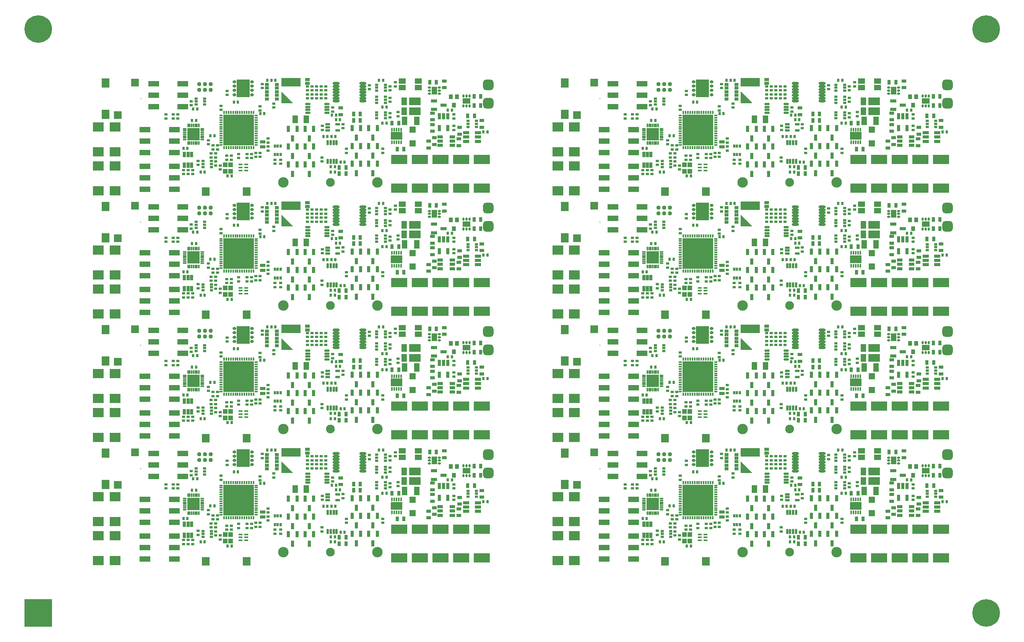
<source format=gts>
G04 Layer_Color=8388736*
%FSLAX24Y24*%
%MOIN*%
G70*
G01*
G75*
%ADD88R,0.2400X0.2400*%
%ADD89C,0.2400*%
%ADD90R,0.0493X0.0729*%
%ADD91R,0.0296X0.0217*%
%ADD92R,0.0217X0.0296*%
%ADD93R,0.1123X0.1517*%
%ADD94O,0.0336X0.0257*%
%ADD95O,0.0158X0.0296*%
%ADD96O,0.0296X0.0158*%
%ADD97R,0.2658X0.2658*%
%ADD98R,0.0454X0.0257*%
%ADD99R,0.0315X0.0220*%
%ADD100R,0.1103X0.1103*%
%ADD101O,0.0139X0.0395*%
%ADD102O,0.0395X0.0139*%
%ADD103R,0.0277X0.0473*%
%ADD104R,0.0395X0.0434*%
%ADD105R,0.0355X0.0178*%
%ADD106R,0.0375X0.0257*%
%ADD107R,0.0225X0.0296*%
%ADD108R,0.1674X0.0729*%
%ADD109R,0.0454X0.0454*%
%ADD110O,0.0611X0.0237*%
%ADD111O,0.0454X0.0225*%
%ADD112R,0.0454X0.0651*%
%ADD113R,0.0296X0.0572*%
%ADD114R,0.0257X0.0414*%
%ADD115R,0.0414X0.0257*%
%ADD116R,0.0434X0.0237*%
%ADD117O,0.0225X0.0454*%
%ADD118R,0.0473X0.0651*%
%ADD119R,0.1005X0.0651*%
%ADD120O,0.0158X0.0336*%
%ADD121R,0.0997X0.0710*%
%ADD122R,0.0296X0.0540*%
%ADD123R,0.0572X0.0296*%
%ADD124O,0.0296X0.0178*%
%ADD125R,0.0454X0.0690*%
%ADD126R,0.0336X0.0414*%
%ADD127O,0.0178X0.0296*%
%ADD128R,0.0690X0.0454*%
%ADD129R,0.0540X0.0304*%
%ADD130R,0.0473X0.0296*%
%ADD131R,0.0572X0.0572*%
%ADD132R,0.1438X0.0828*%
%ADD133R,0.0651X0.0847*%
%ADD134R,0.0651X0.0690*%
%ADD135R,0.0651X0.0769*%
%ADD136R,0.0395X0.0277*%
%ADD137R,0.0926X0.0847*%
%ADD138C,0.0370*%
%ADD139R,0.0926X0.0454*%
%ADD140R,0.0611X0.0473*%
G04:AMPARAMS|DCode=141|XSize=91mil|YSize=91mil|CornerRadius=24.3mil|HoleSize=0mil|Usage=FLASHONLY|Rotation=0.000|XOffset=0mil|YOffset=0mil|HoleType=Round|Shape=RoundedRectangle|*
%AMROUNDEDRECTD141*
21,1,0.0910,0.0425,0,0,0.0*
21,1,0.0425,0.0910,0,0,0.0*
1,1,0.0485,0.0213,-0.0213*
1,1,0.0485,-0.0213,-0.0213*
1,1,0.0485,-0.0213,0.0213*
1,1,0.0485,0.0213,0.0213*
%
%ADD141ROUNDEDRECTD141*%
%ADD142R,0.0060X0.0060*%
%ADD143C,0.0060*%
%ADD144C,0.0910*%
%ADD145C,0.0760*%
G36*
X65203Y49387D02*
X65208Y49386D01*
X65212Y49384D01*
X65216Y49381D01*
X65220Y49378D01*
X66165Y48433D01*
X66168Y48430D01*
X66170Y48426D01*
X66172Y48421D01*
X66173Y48417D01*
X66173Y48412D01*
X66173Y48407D01*
X66172Y48403D01*
X66170Y48398D01*
X66168Y48394D01*
X66165Y48391D01*
X66161Y48388D01*
X66157Y48385D01*
X66153Y48383D01*
X66148Y48382D01*
X66143Y48382D01*
X65198D01*
X65194Y48382D01*
X65189Y48383D01*
X65185Y48385D01*
X65181Y48388D01*
X65177Y48391D01*
X65174Y48394D01*
X65172Y48398D01*
X65170Y48403D01*
X65169Y48407D01*
X65168Y48412D01*
Y49357D01*
X65169Y49362D01*
X65170Y49366D01*
X65172Y49371D01*
X65174Y49375D01*
X65177Y49378D01*
X65181Y49381D01*
X65185Y49384D01*
X65189Y49386D01*
X65194Y49387D01*
X65198Y49387D01*
X65203Y49387D01*
D02*
G37*
G36*
X25166D02*
X25170Y49386D01*
X25175Y49384D01*
X25179Y49381D01*
X25182Y49378D01*
X26127Y48433D01*
X26130Y48430D01*
X26133Y48426D01*
X26135Y48421D01*
X26136Y48417D01*
X26136Y48412D01*
X26136Y48407D01*
X26135Y48403D01*
X26133Y48398D01*
X26130Y48394D01*
X26127Y48391D01*
X26124Y48388D01*
X26120Y48385D01*
X26115Y48383D01*
X26111Y48382D01*
X26106Y48382D01*
X25161D01*
X25156Y48382D01*
X25152Y48383D01*
X25148Y48385D01*
X25143Y48388D01*
X25140Y48391D01*
X25137Y48394D01*
X25134Y48398D01*
X25133Y48403D01*
X25131Y48407D01*
X25131Y48412D01*
Y49357D01*
X25131Y49362D01*
X25133Y49366D01*
X25134Y49371D01*
X25137Y49375D01*
X25140Y49378D01*
X25143Y49381D01*
X25148Y49384D01*
X25152Y49386D01*
X25156Y49387D01*
X25161Y49387D01*
X25166Y49387D01*
D02*
G37*
G36*
X65203Y38636D02*
X65208Y38635D01*
X65212Y38633D01*
X65216Y38631D01*
X65220Y38628D01*
X66165Y37683D01*
X66168Y37679D01*
X66170Y37675D01*
X66172Y37671D01*
X66173Y37666D01*
X66173Y37662D01*
X66173Y37657D01*
X66172Y37652D01*
X66170Y37648D01*
X66168Y37644D01*
X66165Y37641D01*
X66161Y37637D01*
X66157Y37635D01*
X66153Y37633D01*
X66148Y37632D01*
X66143Y37632D01*
X65198D01*
X65194Y37632D01*
X65189Y37633D01*
X65185Y37635D01*
X65181Y37637D01*
X65177Y37641D01*
X65174Y37644D01*
X65172Y37648D01*
X65170Y37652D01*
X65169Y37657D01*
X65168Y37662D01*
Y38607D01*
X65169Y38611D01*
X65170Y38616D01*
X65172Y38620D01*
X65174Y38624D01*
X65177Y38628D01*
X65181Y38631D01*
X65185Y38633D01*
X65189Y38635D01*
X65194Y38636D01*
X65198Y38637D01*
X65203Y38636D01*
D02*
G37*
G36*
X25166D02*
X25170Y38635D01*
X25175Y38633D01*
X25179Y38631D01*
X25182Y38628D01*
X26127Y37683D01*
X26130Y37679D01*
X26133Y37675D01*
X26135Y37671D01*
X26136Y37666D01*
X26136Y37662D01*
X26136Y37657D01*
X26135Y37652D01*
X26133Y37648D01*
X26130Y37644D01*
X26127Y37641D01*
X26124Y37637D01*
X26120Y37635D01*
X26115Y37633D01*
X26111Y37632D01*
X26106Y37632D01*
X25161D01*
X25156Y37632D01*
X25152Y37633D01*
X25148Y37635D01*
X25143Y37637D01*
X25140Y37641D01*
X25137Y37644D01*
X25134Y37648D01*
X25133Y37652D01*
X25131Y37657D01*
X25131Y37662D01*
Y38607D01*
X25131Y38611D01*
X25133Y38616D01*
X25134Y38620D01*
X25137Y38624D01*
X25140Y38628D01*
X25143Y38631D01*
X25148Y38633D01*
X25152Y38635D01*
X25156Y38636D01*
X25161Y38637D01*
X25166Y38636D01*
D02*
G37*
G36*
X65203Y27886D02*
X65208Y27885D01*
X65212Y27883D01*
X65216Y27881D01*
X65220Y27878D01*
X66165Y26933D01*
X66168Y26929D01*
X66170Y26925D01*
X66172Y26921D01*
X66173Y26916D01*
X66173Y26911D01*
X66173Y26907D01*
X66172Y26902D01*
X66170Y26898D01*
X66168Y26894D01*
X66165Y26890D01*
X66161Y26887D01*
X66157Y26885D01*
X66153Y26883D01*
X66148Y26882D01*
X66143Y26881D01*
X65198D01*
X65194Y26882D01*
X65189Y26883D01*
X65185Y26885D01*
X65181Y26887D01*
X65177Y26890D01*
X65174Y26894D01*
X65172Y26898D01*
X65170Y26902D01*
X65169Y26907D01*
X65168Y26911D01*
Y27856D01*
X65169Y27861D01*
X65170Y27866D01*
X65172Y27870D01*
X65174Y27874D01*
X65177Y27878D01*
X65181Y27881D01*
X65185Y27883D01*
X65189Y27885D01*
X65194Y27886D01*
X65198Y27886D01*
X65203Y27886D01*
D02*
G37*
G36*
X25166D02*
X25170Y27885D01*
X25175Y27883D01*
X25179Y27881D01*
X25182Y27878D01*
X26127Y26933D01*
X26130Y26929D01*
X26133Y26925D01*
X26135Y26921D01*
X26136Y26916D01*
X26136Y26911D01*
X26136Y26907D01*
X26135Y26902D01*
X26133Y26898D01*
X26130Y26894D01*
X26127Y26890D01*
X26124Y26887D01*
X26120Y26885D01*
X26115Y26883D01*
X26111Y26882D01*
X26106Y26881D01*
X25161D01*
X25156Y26882D01*
X25152Y26883D01*
X25148Y26885D01*
X25143Y26887D01*
X25140Y26890D01*
X25137Y26894D01*
X25134Y26898D01*
X25133Y26902D01*
X25131Y26907D01*
X25131Y26911D01*
Y27856D01*
X25131Y27861D01*
X25133Y27866D01*
X25134Y27870D01*
X25137Y27874D01*
X25140Y27878D01*
X25143Y27881D01*
X25148Y27883D01*
X25152Y27885D01*
X25156Y27886D01*
X25161Y27886D01*
X25166Y27886D01*
D02*
G37*
G36*
X65203Y17136D02*
X65208Y17135D01*
X65212Y17133D01*
X65216Y17130D01*
X65220Y17127D01*
X66165Y16182D01*
X66168Y16179D01*
X66170Y16175D01*
X66172Y16170D01*
X66173Y16166D01*
X66173Y16161D01*
X66173Y16156D01*
X66172Y16152D01*
X66170Y16148D01*
X66168Y16143D01*
X66165Y16140D01*
X66161Y16137D01*
X66157Y16134D01*
X66153Y16133D01*
X66148Y16131D01*
X66143Y16131D01*
X65198D01*
X65194Y16131D01*
X65189Y16133D01*
X65185Y16134D01*
X65181Y16137D01*
X65177Y16140D01*
X65174Y16143D01*
X65172Y16148D01*
X65170Y16152D01*
X65169Y16156D01*
X65168Y16161D01*
Y17106D01*
X65169Y17111D01*
X65170Y17115D01*
X65172Y17120D01*
X65174Y17124D01*
X65177Y17127D01*
X65181Y17130D01*
X65185Y17133D01*
X65189Y17135D01*
X65194Y17136D01*
X65198Y17136D01*
X65203Y17136D01*
D02*
G37*
G36*
X25166D02*
X25170Y17135D01*
X25175Y17133D01*
X25179Y17130D01*
X25182Y17127D01*
X26127Y16182D01*
X26130Y16179D01*
X26133Y16175D01*
X26135Y16170D01*
X26136Y16166D01*
X26136Y16161D01*
X26136Y16156D01*
X26135Y16152D01*
X26133Y16148D01*
X26130Y16143D01*
X26127Y16140D01*
X26124Y16137D01*
X26120Y16134D01*
X26115Y16133D01*
X26111Y16131D01*
X26106Y16131D01*
X25161D01*
X25156Y16131D01*
X25152Y16133D01*
X25148Y16134D01*
X25143Y16137D01*
X25140Y16140D01*
X25137Y16143D01*
X25134Y16148D01*
X25133Y16152D01*
X25131Y16156D01*
X25131Y16161D01*
Y17106D01*
X25131Y17111D01*
X25133Y17115D01*
X25134Y17120D01*
X25137Y17124D01*
X25140Y17127D01*
X25143Y17130D01*
X25148Y17133D01*
X25152Y17135D01*
X25156Y17136D01*
X25161Y17136D01*
X25166Y17136D01*
D02*
G37*
D88*
X3937Y3937D02*
D03*
D89*
Y54837D02*
D03*
X86567D02*
D03*
Y3937D02*
D03*
D90*
X36956Y14574D02*
D03*
X35893D02*
D03*
X76993D02*
D03*
X75930D02*
D03*
X36956Y25324D02*
D03*
X35893D02*
D03*
X76993D02*
D03*
X75930D02*
D03*
X36956Y36075D02*
D03*
X35893D02*
D03*
X76993D02*
D03*
X75930D02*
D03*
X36956Y46825D02*
D03*
X35893D02*
D03*
X76993D02*
D03*
X75930D02*
D03*
D91*
X20424Y16847D02*
D03*
Y17201D02*
D03*
X19024Y11397D02*
D03*
Y11751D02*
D03*
X19424Y11397D02*
D03*
Y11751D02*
D03*
X19574Y12451D02*
D03*
Y12097D02*
D03*
X19174Y12451D02*
D03*
Y12097D02*
D03*
X18774Y12547D02*
D03*
Y12901D02*
D03*
X19874Y15547D02*
D03*
Y15901D02*
D03*
X23974Y12697D02*
D03*
Y13051D02*
D03*
Y12351D02*
D03*
Y11997D02*
D03*
X23274Y11801D02*
D03*
Y11447D02*
D03*
X22924Y11801D02*
D03*
Y11447D02*
D03*
X22556Y11699D02*
D03*
Y11344D02*
D03*
X22156Y11699D02*
D03*
Y11344D02*
D03*
X17274Y16301D02*
D03*
Y15947D02*
D03*
X16124Y14797D02*
D03*
Y15151D02*
D03*
X15724Y14797D02*
D03*
Y15151D02*
D03*
X15074Y14797D02*
D03*
Y15151D02*
D03*
X21424Y11701D02*
D03*
Y11347D02*
D03*
X20774Y11551D02*
D03*
Y11197D02*
D03*
X20374Y11551D02*
D03*
Y11197D02*
D03*
X19424Y10697D02*
D03*
Y11051D02*
D03*
X19824Y10701D02*
D03*
Y10347D02*
D03*
X17874Y10747D02*
D03*
Y11101D02*
D03*
X17424Y9947D02*
D03*
Y10301D02*
D03*
X17024Y9947D02*
D03*
Y10301D02*
D03*
X16624Y9947D02*
D03*
Y10301D02*
D03*
X23274Y15497D02*
D03*
Y15851D02*
D03*
X23474Y17447D02*
D03*
Y17801D02*
D03*
X24474Y15747D02*
D03*
Y16101D02*
D03*
X25074Y10847D02*
D03*
Y11201D02*
D03*
X24574Y10847D02*
D03*
Y11201D02*
D03*
X27424Y17601D02*
D03*
Y17247D02*
D03*
X30824Y11797D02*
D03*
Y12151D02*
D03*
X28724Y13797D02*
D03*
Y14151D02*
D03*
X29624Y15751D02*
D03*
Y15397D02*
D03*
X30524Y14301D02*
D03*
Y13947D02*
D03*
X28674Y11401D02*
D03*
Y11047D02*
D03*
X33974Y11797D02*
D03*
Y12151D02*
D03*
X34624Y14897D02*
D03*
Y15251D02*
D03*
X35074Y17951D02*
D03*
Y17597D02*
D03*
X32824Y17347D02*
D03*
Y17701D02*
D03*
X34624Y17247D02*
D03*
Y17601D02*
D03*
Y16247D02*
D03*
Y16601D02*
D03*
X35324Y15351D02*
D03*
Y14997D02*
D03*
X40174Y14797D02*
D03*
Y15151D02*
D03*
Y14151D02*
D03*
Y13797D02*
D03*
X27424Y16547D02*
D03*
Y16901D02*
D03*
X28624Y16547D02*
D03*
Y16901D02*
D03*
Y17247D02*
D03*
Y17601D02*
D03*
X29024Y16547D02*
D03*
Y16901D02*
D03*
Y17247D02*
D03*
Y17601D02*
D03*
X27824Y16547D02*
D03*
Y16901D02*
D03*
Y17247D02*
D03*
Y17601D02*
D03*
X28224Y16547D02*
D03*
Y16901D02*
D03*
Y17247D02*
D03*
Y17601D02*
D03*
X60461Y16847D02*
D03*
Y17201D02*
D03*
X59061Y11397D02*
D03*
Y11751D02*
D03*
X59461Y11397D02*
D03*
Y11751D02*
D03*
X59611Y12451D02*
D03*
Y12097D02*
D03*
X59211Y12451D02*
D03*
Y12097D02*
D03*
X58811Y12547D02*
D03*
Y12901D02*
D03*
X59911Y15547D02*
D03*
Y15901D02*
D03*
X64011Y12697D02*
D03*
Y13051D02*
D03*
Y12351D02*
D03*
Y11997D02*
D03*
X63311Y11801D02*
D03*
Y11447D02*
D03*
X62961Y11801D02*
D03*
Y11447D02*
D03*
X62593Y11699D02*
D03*
Y11344D02*
D03*
X62193Y11699D02*
D03*
Y11344D02*
D03*
X57311Y16301D02*
D03*
Y15947D02*
D03*
X56161Y14797D02*
D03*
Y15151D02*
D03*
X55761Y14797D02*
D03*
Y15151D02*
D03*
X55111Y14797D02*
D03*
Y15151D02*
D03*
X61461Y11701D02*
D03*
Y11347D02*
D03*
X60811Y11551D02*
D03*
Y11197D02*
D03*
X60411Y11551D02*
D03*
Y11197D02*
D03*
X59461Y10697D02*
D03*
Y11051D02*
D03*
X59861Y10701D02*
D03*
Y10347D02*
D03*
X57911Y10747D02*
D03*
Y11101D02*
D03*
X57461Y9947D02*
D03*
Y10301D02*
D03*
X57061Y9947D02*
D03*
Y10301D02*
D03*
X56661Y9947D02*
D03*
Y10301D02*
D03*
X63311Y15497D02*
D03*
Y15851D02*
D03*
X63511Y17447D02*
D03*
Y17801D02*
D03*
X64511Y15747D02*
D03*
Y16101D02*
D03*
X65111Y10847D02*
D03*
Y11201D02*
D03*
X64611Y10847D02*
D03*
Y11201D02*
D03*
X67461Y17601D02*
D03*
Y17247D02*
D03*
X70861Y11797D02*
D03*
Y12151D02*
D03*
X68761Y13797D02*
D03*
Y14151D02*
D03*
X69661Y15751D02*
D03*
Y15397D02*
D03*
X70561Y14301D02*
D03*
Y13947D02*
D03*
X68711Y11401D02*
D03*
Y11047D02*
D03*
X74011Y11797D02*
D03*
Y12151D02*
D03*
X74661Y14897D02*
D03*
Y15251D02*
D03*
X75111Y17951D02*
D03*
Y17597D02*
D03*
X72861Y17347D02*
D03*
Y17701D02*
D03*
X74661Y17247D02*
D03*
Y17601D02*
D03*
Y16247D02*
D03*
Y16601D02*
D03*
X75361Y15351D02*
D03*
Y14997D02*
D03*
X80211Y14797D02*
D03*
Y15151D02*
D03*
Y14151D02*
D03*
Y13797D02*
D03*
X67461Y16547D02*
D03*
Y16901D02*
D03*
X68661Y16547D02*
D03*
Y16901D02*
D03*
Y17247D02*
D03*
Y17601D02*
D03*
X69061Y16547D02*
D03*
Y16901D02*
D03*
Y17247D02*
D03*
Y17601D02*
D03*
X67861Y16547D02*
D03*
Y16901D02*
D03*
Y17247D02*
D03*
Y17601D02*
D03*
X68261Y16547D02*
D03*
Y16901D02*
D03*
Y17247D02*
D03*
Y17601D02*
D03*
X20424Y27597D02*
D03*
Y27952D02*
D03*
X19024Y22147D02*
D03*
Y22502D02*
D03*
X19424Y22147D02*
D03*
Y22502D02*
D03*
X19574Y23202D02*
D03*
Y22847D02*
D03*
X19174Y23202D02*
D03*
Y22847D02*
D03*
X18774Y23297D02*
D03*
Y23652D02*
D03*
X19874Y26297D02*
D03*
Y26652D02*
D03*
X23974Y23447D02*
D03*
Y23802D02*
D03*
Y23102D02*
D03*
Y22747D02*
D03*
X23274Y22552D02*
D03*
Y22197D02*
D03*
X22924Y22552D02*
D03*
Y22197D02*
D03*
X22556Y22449D02*
D03*
Y22095D02*
D03*
X22156Y22449D02*
D03*
Y22095D02*
D03*
X17274Y27052D02*
D03*
Y26697D02*
D03*
X16124Y25547D02*
D03*
Y25902D02*
D03*
X15724Y25547D02*
D03*
Y25902D02*
D03*
X15074Y25547D02*
D03*
Y25902D02*
D03*
X21424Y22452D02*
D03*
Y22097D02*
D03*
X20774Y22302D02*
D03*
Y21947D02*
D03*
X20374Y22302D02*
D03*
Y21947D02*
D03*
X19424Y21447D02*
D03*
Y21802D02*
D03*
X19824Y21452D02*
D03*
Y21097D02*
D03*
X17874Y21497D02*
D03*
Y21852D02*
D03*
X17424Y20697D02*
D03*
Y21052D02*
D03*
X17024Y20697D02*
D03*
Y21052D02*
D03*
X16624Y20697D02*
D03*
Y21052D02*
D03*
X23274Y26247D02*
D03*
Y26602D02*
D03*
X23474Y28197D02*
D03*
Y28552D02*
D03*
X24474Y26497D02*
D03*
Y26852D02*
D03*
X25074Y21597D02*
D03*
Y21952D02*
D03*
X24574Y21597D02*
D03*
Y21952D02*
D03*
X27424Y28352D02*
D03*
Y27997D02*
D03*
X30824Y22547D02*
D03*
Y22902D02*
D03*
X28724Y24547D02*
D03*
Y24902D02*
D03*
X29624Y26502D02*
D03*
Y26147D02*
D03*
X30524Y25052D02*
D03*
Y24697D02*
D03*
X28674Y22152D02*
D03*
Y21797D02*
D03*
X33974Y22547D02*
D03*
Y22902D02*
D03*
X34624Y25647D02*
D03*
Y26002D02*
D03*
X35074Y28702D02*
D03*
Y28347D02*
D03*
X32824Y28097D02*
D03*
Y28452D02*
D03*
X34624Y27997D02*
D03*
Y28352D02*
D03*
Y26997D02*
D03*
Y27352D02*
D03*
X35324Y26102D02*
D03*
Y25747D02*
D03*
X40174Y25547D02*
D03*
Y25902D02*
D03*
Y24902D02*
D03*
Y24547D02*
D03*
X27424Y27297D02*
D03*
Y27652D02*
D03*
X28624Y27297D02*
D03*
Y27652D02*
D03*
Y27997D02*
D03*
Y28352D02*
D03*
X29024Y27297D02*
D03*
Y27652D02*
D03*
Y27997D02*
D03*
Y28352D02*
D03*
X27824Y27297D02*
D03*
Y27652D02*
D03*
Y27997D02*
D03*
Y28352D02*
D03*
X28224Y27297D02*
D03*
Y27652D02*
D03*
Y27997D02*
D03*
Y28352D02*
D03*
X60461Y27597D02*
D03*
Y27952D02*
D03*
X59061Y22147D02*
D03*
Y22502D02*
D03*
X59461Y22147D02*
D03*
Y22502D02*
D03*
X59611Y23202D02*
D03*
Y22847D02*
D03*
X59211Y23202D02*
D03*
Y22847D02*
D03*
X58811Y23297D02*
D03*
Y23652D02*
D03*
X59911Y26297D02*
D03*
Y26652D02*
D03*
X64011Y23447D02*
D03*
Y23802D02*
D03*
Y23102D02*
D03*
Y22747D02*
D03*
X63311Y22552D02*
D03*
Y22197D02*
D03*
X62961Y22552D02*
D03*
Y22197D02*
D03*
X62593Y22449D02*
D03*
Y22095D02*
D03*
X62193Y22449D02*
D03*
Y22095D02*
D03*
X57311Y27052D02*
D03*
Y26697D02*
D03*
X56161Y25547D02*
D03*
Y25902D02*
D03*
X55761Y25547D02*
D03*
Y25902D02*
D03*
X55111Y25547D02*
D03*
Y25902D02*
D03*
X61461Y22452D02*
D03*
Y22097D02*
D03*
X60811Y22302D02*
D03*
Y21947D02*
D03*
X60411Y22302D02*
D03*
Y21947D02*
D03*
X59461Y21447D02*
D03*
Y21802D02*
D03*
X59861Y21452D02*
D03*
Y21097D02*
D03*
X57911Y21497D02*
D03*
Y21852D02*
D03*
X57461Y20697D02*
D03*
Y21052D02*
D03*
X57061Y20697D02*
D03*
Y21052D02*
D03*
X56661Y20697D02*
D03*
Y21052D02*
D03*
X63311Y26247D02*
D03*
Y26602D02*
D03*
X63511Y28197D02*
D03*
Y28552D02*
D03*
X64511Y26497D02*
D03*
Y26852D02*
D03*
X65111Y21597D02*
D03*
Y21952D02*
D03*
X64611Y21597D02*
D03*
Y21952D02*
D03*
X67461Y28352D02*
D03*
Y27997D02*
D03*
X70861Y22547D02*
D03*
Y22902D02*
D03*
X68761Y24547D02*
D03*
Y24902D02*
D03*
X69661Y26502D02*
D03*
Y26147D02*
D03*
X70561Y25052D02*
D03*
Y24697D02*
D03*
X68711Y22152D02*
D03*
Y21797D02*
D03*
X74011Y22547D02*
D03*
Y22902D02*
D03*
X74661Y25647D02*
D03*
Y26002D02*
D03*
X75111Y28702D02*
D03*
Y28347D02*
D03*
X72861Y28097D02*
D03*
Y28452D02*
D03*
X74661Y27997D02*
D03*
Y28352D02*
D03*
Y26997D02*
D03*
Y27352D02*
D03*
X75361Y26102D02*
D03*
Y25747D02*
D03*
X80211Y25547D02*
D03*
Y25902D02*
D03*
Y24902D02*
D03*
Y24547D02*
D03*
X67461Y27297D02*
D03*
Y27652D02*
D03*
X68661Y27297D02*
D03*
Y27652D02*
D03*
Y27997D02*
D03*
Y28352D02*
D03*
X69061Y27297D02*
D03*
Y27652D02*
D03*
Y27997D02*
D03*
Y28352D02*
D03*
X67861Y27297D02*
D03*
Y27652D02*
D03*
Y27997D02*
D03*
Y28352D02*
D03*
X68261Y27297D02*
D03*
Y27652D02*
D03*
Y27997D02*
D03*
Y28352D02*
D03*
X20424Y38348D02*
D03*
Y38702D02*
D03*
X19024Y32898D02*
D03*
Y33252D02*
D03*
X19424Y32898D02*
D03*
Y33252D02*
D03*
X19574Y33952D02*
D03*
Y33598D02*
D03*
X19174Y33952D02*
D03*
Y33598D02*
D03*
X18774Y34048D02*
D03*
Y34402D02*
D03*
X19874Y37048D02*
D03*
Y37402D02*
D03*
X23974Y34198D02*
D03*
Y34552D02*
D03*
Y33852D02*
D03*
Y33498D02*
D03*
X23274Y33302D02*
D03*
Y32948D02*
D03*
X22924Y33302D02*
D03*
Y32948D02*
D03*
X22556Y33199D02*
D03*
Y32845D02*
D03*
X22156Y33199D02*
D03*
Y32845D02*
D03*
X17274Y37802D02*
D03*
Y37448D02*
D03*
X16124Y36298D02*
D03*
Y36652D02*
D03*
X15724Y36298D02*
D03*
Y36652D02*
D03*
X15074Y36298D02*
D03*
Y36652D02*
D03*
X21424Y33202D02*
D03*
Y32848D02*
D03*
X20774Y33052D02*
D03*
Y32698D02*
D03*
X20374Y33052D02*
D03*
Y32698D02*
D03*
X19424Y32198D02*
D03*
Y32552D02*
D03*
X19824Y32202D02*
D03*
Y31848D02*
D03*
X17874Y32248D02*
D03*
Y32602D02*
D03*
X17424Y31448D02*
D03*
Y31802D02*
D03*
X17024Y31448D02*
D03*
Y31802D02*
D03*
X16624Y31448D02*
D03*
Y31802D02*
D03*
X23274Y36998D02*
D03*
Y37352D02*
D03*
X23474Y38948D02*
D03*
Y39302D02*
D03*
X24474Y37248D02*
D03*
Y37602D02*
D03*
X25074Y32348D02*
D03*
Y32702D02*
D03*
X24574Y32348D02*
D03*
Y32702D02*
D03*
X27424Y39102D02*
D03*
Y38748D02*
D03*
X30824Y33298D02*
D03*
Y33652D02*
D03*
X28724Y35298D02*
D03*
Y35652D02*
D03*
X29624Y37252D02*
D03*
Y36898D02*
D03*
X30524Y35802D02*
D03*
Y35448D02*
D03*
X28674Y32902D02*
D03*
Y32548D02*
D03*
X33974Y33298D02*
D03*
Y33652D02*
D03*
X34624Y36398D02*
D03*
Y36752D02*
D03*
X35074Y39452D02*
D03*
Y39098D02*
D03*
X32824Y38848D02*
D03*
Y39202D02*
D03*
X34624Y38748D02*
D03*
Y39102D02*
D03*
Y37748D02*
D03*
Y38102D02*
D03*
X35324Y36852D02*
D03*
Y36498D02*
D03*
X40174Y36298D02*
D03*
Y36652D02*
D03*
Y35652D02*
D03*
Y35298D02*
D03*
X27424Y38048D02*
D03*
Y38402D02*
D03*
X28624Y38048D02*
D03*
Y38402D02*
D03*
Y38748D02*
D03*
Y39102D02*
D03*
X29024Y38048D02*
D03*
Y38402D02*
D03*
Y38748D02*
D03*
Y39102D02*
D03*
X27824Y38048D02*
D03*
Y38402D02*
D03*
Y38748D02*
D03*
Y39102D02*
D03*
X28224Y38048D02*
D03*
Y38402D02*
D03*
Y38748D02*
D03*
Y39102D02*
D03*
X60461Y38348D02*
D03*
Y38702D02*
D03*
X59061Y32898D02*
D03*
Y33252D02*
D03*
X59461Y32898D02*
D03*
Y33252D02*
D03*
X59611Y33952D02*
D03*
Y33598D02*
D03*
X59211Y33952D02*
D03*
Y33598D02*
D03*
X58811Y34048D02*
D03*
Y34402D02*
D03*
X59911Y37048D02*
D03*
Y37402D02*
D03*
X64011Y34198D02*
D03*
Y34552D02*
D03*
Y33852D02*
D03*
Y33498D02*
D03*
X63311Y33302D02*
D03*
Y32948D02*
D03*
X62961Y33302D02*
D03*
Y32948D02*
D03*
X62593Y33199D02*
D03*
Y32845D02*
D03*
X62193Y33199D02*
D03*
Y32845D02*
D03*
X57311Y37802D02*
D03*
Y37448D02*
D03*
X56161Y36298D02*
D03*
Y36652D02*
D03*
X55761Y36298D02*
D03*
Y36652D02*
D03*
X55111Y36298D02*
D03*
Y36652D02*
D03*
X61461Y33202D02*
D03*
Y32848D02*
D03*
X60811Y33052D02*
D03*
Y32698D02*
D03*
X60411Y33052D02*
D03*
Y32698D02*
D03*
X59461Y32198D02*
D03*
Y32552D02*
D03*
X59861Y32202D02*
D03*
Y31848D02*
D03*
X57911Y32248D02*
D03*
Y32602D02*
D03*
X57461Y31448D02*
D03*
Y31802D02*
D03*
X57061Y31448D02*
D03*
Y31802D02*
D03*
X56661Y31448D02*
D03*
Y31802D02*
D03*
X63311Y36998D02*
D03*
Y37352D02*
D03*
X63511Y38948D02*
D03*
Y39302D02*
D03*
X64511Y37248D02*
D03*
Y37602D02*
D03*
X65111Y32348D02*
D03*
Y32702D02*
D03*
X64611Y32348D02*
D03*
Y32702D02*
D03*
X67461Y39102D02*
D03*
Y38748D02*
D03*
X70861Y33298D02*
D03*
Y33652D02*
D03*
X68761Y35298D02*
D03*
Y35652D02*
D03*
X69661Y37252D02*
D03*
Y36898D02*
D03*
X70561Y35802D02*
D03*
Y35448D02*
D03*
X68711Y32902D02*
D03*
Y32548D02*
D03*
X74011Y33298D02*
D03*
Y33652D02*
D03*
X74661Y36398D02*
D03*
Y36752D02*
D03*
X75111Y39452D02*
D03*
Y39098D02*
D03*
X72861Y38848D02*
D03*
Y39202D02*
D03*
X74661Y38748D02*
D03*
Y39102D02*
D03*
Y37748D02*
D03*
Y38102D02*
D03*
X75361Y36852D02*
D03*
Y36498D02*
D03*
X80211Y36298D02*
D03*
Y36652D02*
D03*
Y35652D02*
D03*
Y35298D02*
D03*
X67461Y38048D02*
D03*
Y38402D02*
D03*
X68661Y38048D02*
D03*
Y38402D02*
D03*
Y38748D02*
D03*
Y39102D02*
D03*
X69061Y38048D02*
D03*
Y38402D02*
D03*
Y38748D02*
D03*
Y39102D02*
D03*
X67861Y38048D02*
D03*
Y38402D02*
D03*
Y38748D02*
D03*
Y39102D02*
D03*
X68261Y38048D02*
D03*
Y38402D02*
D03*
Y38748D02*
D03*
Y39102D02*
D03*
X20424Y49098D02*
D03*
Y49452D02*
D03*
X19024Y43648D02*
D03*
Y44002D02*
D03*
X19424Y43648D02*
D03*
Y44002D02*
D03*
X19574Y44702D02*
D03*
Y44348D02*
D03*
X19174Y44702D02*
D03*
Y44348D02*
D03*
X18774Y44798D02*
D03*
Y45152D02*
D03*
X19874Y47798D02*
D03*
Y48152D02*
D03*
X23974Y44948D02*
D03*
Y45302D02*
D03*
Y44602D02*
D03*
Y44248D02*
D03*
X23274Y44052D02*
D03*
Y43698D02*
D03*
X22924Y44052D02*
D03*
Y43698D02*
D03*
X22556Y43950D02*
D03*
Y43595D02*
D03*
X22156Y43950D02*
D03*
Y43595D02*
D03*
X17274Y48552D02*
D03*
Y48198D02*
D03*
X16124Y47048D02*
D03*
Y47402D02*
D03*
X15724Y47048D02*
D03*
Y47402D02*
D03*
X15074Y47048D02*
D03*
Y47402D02*
D03*
X21424Y43952D02*
D03*
Y43598D02*
D03*
X20774Y43802D02*
D03*
Y43448D02*
D03*
X20374Y43802D02*
D03*
Y43448D02*
D03*
X19424Y42948D02*
D03*
Y43302D02*
D03*
X19824Y42952D02*
D03*
Y42598D02*
D03*
X17874Y42998D02*
D03*
Y43352D02*
D03*
X17424Y42198D02*
D03*
Y42552D02*
D03*
X17024Y42198D02*
D03*
Y42552D02*
D03*
X16624Y42198D02*
D03*
Y42552D02*
D03*
X23274Y47748D02*
D03*
Y48102D02*
D03*
X23474Y49698D02*
D03*
Y50052D02*
D03*
X24474Y47998D02*
D03*
Y48352D02*
D03*
X25074Y43098D02*
D03*
Y43452D02*
D03*
X24574Y43098D02*
D03*
Y43452D02*
D03*
X27424Y49852D02*
D03*
Y49498D02*
D03*
X30824Y44048D02*
D03*
Y44402D02*
D03*
X28724Y46048D02*
D03*
Y46402D02*
D03*
X29624Y48002D02*
D03*
Y47648D02*
D03*
X30524Y46552D02*
D03*
Y46198D02*
D03*
X28674Y43652D02*
D03*
Y43298D02*
D03*
X33974Y44048D02*
D03*
Y44402D02*
D03*
X34624Y47148D02*
D03*
Y47502D02*
D03*
X35074Y50202D02*
D03*
Y49848D02*
D03*
X32824Y49598D02*
D03*
Y49952D02*
D03*
X34624Y49498D02*
D03*
Y49852D02*
D03*
Y48498D02*
D03*
Y48852D02*
D03*
X35324Y47602D02*
D03*
Y47248D02*
D03*
X40174Y47048D02*
D03*
Y47402D02*
D03*
Y46402D02*
D03*
Y46048D02*
D03*
X27424Y48798D02*
D03*
Y49152D02*
D03*
X28624Y48798D02*
D03*
Y49152D02*
D03*
Y49498D02*
D03*
Y49852D02*
D03*
X29024Y48798D02*
D03*
Y49152D02*
D03*
Y49498D02*
D03*
Y49852D02*
D03*
X27824Y48798D02*
D03*
Y49152D02*
D03*
Y49498D02*
D03*
Y49852D02*
D03*
X28224Y48798D02*
D03*
Y49152D02*
D03*
Y49498D02*
D03*
Y49852D02*
D03*
X60461Y49098D02*
D03*
Y49452D02*
D03*
X59061Y43648D02*
D03*
Y44002D02*
D03*
X59461Y43648D02*
D03*
Y44002D02*
D03*
X59611Y44702D02*
D03*
Y44348D02*
D03*
X59211Y44702D02*
D03*
Y44348D02*
D03*
X58811Y44798D02*
D03*
Y45152D02*
D03*
X59911Y47798D02*
D03*
Y48152D02*
D03*
X64011Y44948D02*
D03*
Y45302D02*
D03*
Y44602D02*
D03*
Y44248D02*
D03*
X63311Y44052D02*
D03*
Y43698D02*
D03*
X62961Y44052D02*
D03*
Y43698D02*
D03*
X62593Y43950D02*
D03*
Y43595D02*
D03*
X62193Y43950D02*
D03*
Y43595D02*
D03*
X57311Y48552D02*
D03*
Y48198D02*
D03*
X56161Y47048D02*
D03*
Y47402D02*
D03*
X55761Y47048D02*
D03*
Y47402D02*
D03*
X55111Y47048D02*
D03*
Y47402D02*
D03*
X61461Y43952D02*
D03*
Y43598D02*
D03*
X60811Y43802D02*
D03*
Y43448D02*
D03*
X60411Y43802D02*
D03*
Y43448D02*
D03*
X59461Y42948D02*
D03*
Y43302D02*
D03*
X59861Y42952D02*
D03*
Y42598D02*
D03*
X57911Y42998D02*
D03*
Y43352D02*
D03*
X57461Y42198D02*
D03*
Y42552D02*
D03*
X57061Y42198D02*
D03*
Y42552D02*
D03*
X56661Y42198D02*
D03*
Y42552D02*
D03*
X63311Y47748D02*
D03*
Y48102D02*
D03*
X63511Y49698D02*
D03*
Y50052D02*
D03*
X64511Y47998D02*
D03*
Y48352D02*
D03*
X65111Y43098D02*
D03*
Y43452D02*
D03*
X64611Y43098D02*
D03*
Y43452D02*
D03*
X67461Y49852D02*
D03*
Y49498D02*
D03*
X70861Y44048D02*
D03*
Y44402D02*
D03*
X68761Y46048D02*
D03*
Y46402D02*
D03*
X69661Y48002D02*
D03*
Y47648D02*
D03*
X70561Y46552D02*
D03*
Y46198D02*
D03*
X68711Y43652D02*
D03*
Y43298D02*
D03*
X74011Y44048D02*
D03*
Y44402D02*
D03*
X74661Y47148D02*
D03*
Y47502D02*
D03*
X75111Y50202D02*
D03*
Y49848D02*
D03*
X72861Y49598D02*
D03*
Y49952D02*
D03*
X74661Y49498D02*
D03*
Y49852D02*
D03*
Y48498D02*
D03*
Y48852D02*
D03*
X75361Y47602D02*
D03*
Y47248D02*
D03*
X80211Y47048D02*
D03*
Y47402D02*
D03*
Y46402D02*
D03*
Y46048D02*
D03*
X67461Y48798D02*
D03*
Y49152D02*
D03*
X68661Y48798D02*
D03*
Y49152D02*
D03*
Y49498D02*
D03*
Y49852D02*
D03*
X69061Y48798D02*
D03*
Y49152D02*
D03*
Y49498D02*
D03*
Y49852D02*
D03*
X67861Y48798D02*
D03*
Y49152D02*
D03*
Y49498D02*
D03*
Y49852D02*
D03*
X68261Y48798D02*
D03*
Y49152D02*
D03*
Y49498D02*
D03*
Y49852D02*
D03*
D92*
X19301Y13274D02*
D03*
X18947D02*
D03*
X20997Y16224D02*
D03*
X21351D02*
D03*
X17801Y15624D02*
D03*
X17447D02*
D03*
X17347Y14624D02*
D03*
X17701D02*
D03*
X16597Y12174D02*
D03*
X16951D02*
D03*
X18097Y10124D02*
D03*
X18451D02*
D03*
X20801Y9774D02*
D03*
X20447D02*
D03*
X23297Y15224D02*
D03*
X23651D02*
D03*
X24274Y18124D02*
D03*
X23920D02*
D03*
X29901Y15074D02*
D03*
X29547D02*
D03*
X30251Y14674D02*
D03*
X29897D02*
D03*
X29497Y13224D02*
D03*
X29851D02*
D03*
X28797D02*
D03*
X29151D02*
D03*
X29447Y10574D02*
D03*
X29801D02*
D03*
X29447Y10124D02*
D03*
X29801D02*
D03*
X30297Y10974D02*
D03*
X30651D02*
D03*
X34001Y18124D02*
D03*
X33647D02*
D03*
X33947Y15774D02*
D03*
X34301D02*
D03*
X33947Y14374D02*
D03*
X34301D02*
D03*
X40001Y15524D02*
D03*
X39647D02*
D03*
X42747Y13624D02*
D03*
X43101D02*
D03*
X24624Y18124D02*
D03*
X24270D02*
D03*
X59339Y13274D02*
D03*
X58984D02*
D03*
X61034Y16224D02*
D03*
X61389D02*
D03*
X57839Y15624D02*
D03*
X57484D02*
D03*
X57384Y14624D02*
D03*
X57739D02*
D03*
X56634Y12174D02*
D03*
X56989D02*
D03*
X58134Y10124D02*
D03*
X58489D02*
D03*
X60839Y9774D02*
D03*
X60484D02*
D03*
X63334Y15224D02*
D03*
X63689D02*
D03*
X64311Y18124D02*
D03*
X63957D02*
D03*
X69939Y15074D02*
D03*
X69584D02*
D03*
X70289Y14674D02*
D03*
X69934D02*
D03*
X69534Y13224D02*
D03*
X69889D02*
D03*
X68834D02*
D03*
X69189D02*
D03*
X69484Y10574D02*
D03*
X69839D02*
D03*
X69484Y10124D02*
D03*
X69839D02*
D03*
X70334Y10974D02*
D03*
X70689D02*
D03*
X74039Y18124D02*
D03*
X73684D02*
D03*
X73984Y15774D02*
D03*
X74339D02*
D03*
X73984Y14374D02*
D03*
X74339D02*
D03*
X80039Y15524D02*
D03*
X79684D02*
D03*
X82784Y13624D02*
D03*
X83139D02*
D03*
X64661Y18124D02*
D03*
X64307D02*
D03*
X19301Y24024D02*
D03*
X18947D02*
D03*
X20997Y26974D02*
D03*
X21351D02*
D03*
X17801Y26374D02*
D03*
X17447D02*
D03*
X17347Y25374D02*
D03*
X17701D02*
D03*
X16597Y22924D02*
D03*
X16951D02*
D03*
X18097Y20874D02*
D03*
X18451D02*
D03*
X20801Y20524D02*
D03*
X20447D02*
D03*
X23297Y25974D02*
D03*
X23651D02*
D03*
X24274Y28874D02*
D03*
X23920D02*
D03*
X29901Y25824D02*
D03*
X29547D02*
D03*
X30251Y25424D02*
D03*
X29897D02*
D03*
X29497Y23974D02*
D03*
X29851D02*
D03*
X28797D02*
D03*
X29151D02*
D03*
X29447Y21324D02*
D03*
X29801D02*
D03*
X29447Y20874D02*
D03*
X29801D02*
D03*
X30297Y21724D02*
D03*
X30651D02*
D03*
X34001Y28874D02*
D03*
X33647D02*
D03*
X33947Y26524D02*
D03*
X34301D02*
D03*
X33947Y25124D02*
D03*
X34301D02*
D03*
X40001Y26274D02*
D03*
X39647D02*
D03*
X42747Y24374D02*
D03*
X43101D02*
D03*
X24624Y28874D02*
D03*
X24270D02*
D03*
X59339Y24024D02*
D03*
X58984D02*
D03*
X61034Y26974D02*
D03*
X61389D02*
D03*
X57839Y26374D02*
D03*
X57484D02*
D03*
X57384Y25374D02*
D03*
X57739D02*
D03*
X56634Y22924D02*
D03*
X56989D02*
D03*
X58134Y20874D02*
D03*
X58489D02*
D03*
X60839Y20524D02*
D03*
X60484D02*
D03*
X63334Y25974D02*
D03*
X63689D02*
D03*
X64311Y28874D02*
D03*
X63957D02*
D03*
X69939Y25824D02*
D03*
X69584D02*
D03*
X70289Y25424D02*
D03*
X69934D02*
D03*
X69534Y23974D02*
D03*
X69889D02*
D03*
X68834D02*
D03*
X69189D02*
D03*
X69484Y21324D02*
D03*
X69839D02*
D03*
X69484Y20874D02*
D03*
X69839D02*
D03*
X70334Y21724D02*
D03*
X70689D02*
D03*
X74039Y28874D02*
D03*
X73684D02*
D03*
X73984Y26524D02*
D03*
X74339D02*
D03*
X73984Y25124D02*
D03*
X74339D02*
D03*
X80039Y26274D02*
D03*
X79684D02*
D03*
X82784Y24374D02*
D03*
X83139D02*
D03*
X64661Y28874D02*
D03*
X64307D02*
D03*
X19301Y34775D02*
D03*
X18947D02*
D03*
X20997Y37725D02*
D03*
X21351D02*
D03*
X17801Y37125D02*
D03*
X17447D02*
D03*
X17347Y36125D02*
D03*
X17701D02*
D03*
X16597Y33675D02*
D03*
X16951D02*
D03*
X18097Y31625D02*
D03*
X18451D02*
D03*
X20801Y31275D02*
D03*
X20447D02*
D03*
X23297Y36725D02*
D03*
X23651D02*
D03*
X24274Y39625D02*
D03*
X23920D02*
D03*
X29901Y36575D02*
D03*
X29547D02*
D03*
X30251Y36175D02*
D03*
X29897D02*
D03*
X29497Y34725D02*
D03*
X29851D02*
D03*
X28797D02*
D03*
X29151D02*
D03*
X29447Y32075D02*
D03*
X29801D02*
D03*
X29447Y31625D02*
D03*
X29801D02*
D03*
X30297Y32475D02*
D03*
X30651D02*
D03*
X34001Y39625D02*
D03*
X33647D02*
D03*
X33947Y37275D02*
D03*
X34301D02*
D03*
X33947Y35875D02*
D03*
X34301D02*
D03*
X40001Y37025D02*
D03*
X39647D02*
D03*
X42747Y35125D02*
D03*
X43101D02*
D03*
X24624Y39625D02*
D03*
X24270D02*
D03*
X59339Y34775D02*
D03*
X58984D02*
D03*
X61034Y37725D02*
D03*
X61389D02*
D03*
X57839Y37125D02*
D03*
X57484D02*
D03*
X57384Y36125D02*
D03*
X57739D02*
D03*
X56634Y33675D02*
D03*
X56989D02*
D03*
X58134Y31625D02*
D03*
X58489D02*
D03*
X60839Y31275D02*
D03*
X60484D02*
D03*
X63334Y36725D02*
D03*
X63689D02*
D03*
X64311Y39625D02*
D03*
X63957D02*
D03*
X69939Y36575D02*
D03*
X69584D02*
D03*
X70289Y36175D02*
D03*
X69934D02*
D03*
X69534Y34725D02*
D03*
X69889D02*
D03*
X68834D02*
D03*
X69189D02*
D03*
X69484Y32075D02*
D03*
X69839D02*
D03*
X69484Y31625D02*
D03*
X69839D02*
D03*
X70334Y32475D02*
D03*
X70689D02*
D03*
X74039Y39625D02*
D03*
X73684D02*
D03*
X73984Y37275D02*
D03*
X74339D02*
D03*
X73984Y35875D02*
D03*
X74339D02*
D03*
X80039Y37025D02*
D03*
X79684D02*
D03*
X82784Y35125D02*
D03*
X83139D02*
D03*
X64661Y39625D02*
D03*
X64307D02*
D03*
X19301Y45525D02*
D03*
X18947D02*
D03*
X20997Y48475D02*
D03*
X21351D02*
D03*
X17801Y47875D02*
D03*
X17447D02*
D03*
X17347Y46875D02*
D03*
X17701D02*
D03*
X16597Y44425D02*
D03*
X16951D02*
D03*
X18097Y42375D02*
D03*
X18451D02*
D03*
X20801Y42025D02*
D03*
X20447D02*
D03*
X23297Y47475D02*
D03*
X23651D02*
D03*
X24274Y50375D02*
D03*
X23920D02*
D03*
X29901Y47325D02*
D03*
X29547D02*
D03*
X30251Y46925D02*
D03*
X29897D02*
D03*
X29497Y45475D02*
D03*
X29851D02*
D03*
X28797D02*
D03*
X29151D02*
D03*
X29447Y42825D02*
D03*
X29801D02*
D03*
X29447Y42375D02*
D03*
X29801D02*
D03*
X30297Y43225D02*
D03*
X30651D02*
D03*
X34001Y50375D02*
D03*
X33647D02*
D03*
X33947Y48025D02*
D03*
X34301D02*
D03*
X33947Y46625D02*
D03*
X34301D02*
D03*
X40001Y47775D02*
D03*
X39647D02*
D03*
X42747Y45875D02*
D03*
X43101D02*
D03*
X24624Y50375D02*
D03*
X24270D02*
D03*
X59339Y45525D02*
D03*
X58984D02*
D03*
X61034Y48475D02*
D03*
X61389D02*
D03*
X57839Y47875D02*
D03*
X57484D02*
D03*
X57384Y46875D02*
D03*
X57739D02*
D03*
X56634Y44425D02*
D03*
X56989D02*
D03*
X58134Y42375D02*
D03*
X58489D02*
D03*
X60839Y42025D02*
D03*
X60484D02*
D03*
X63334Y47475D02*
D03*
X63689D02*
D03*
X64311Y50375D02*
D03*
X63957D02*
D03*
X69939Y47325D02*
D03*
X69584D02*
D03*
X70289Y46925D02*
D03*
X69934D02*
D03*
X69534Y45475D02*
D03*
X69889D02*
D03*
X68834D02*
D03*
X69189D02*
D03*
X69484Y42825D02*
D03*
X69839D02*
D03*
X69484Y42375D02*
D03*
X69839D02*
D03*
X70334Y43225D02*
D03*
X70689D02*
D03*
X74039Y50375D02*
D03*
X73684D02*
D03*
X73984Y48025D02*
D03*
X74339D02*
D03*
X73984Y46625D02*
D03*
X74339D02*
D03*
X80039Y47775D02*
D03*
X79684D02*
D03*
X82784Y45875D02*
D03*
X83139D02*
D03*
X64661Y50375D02*
D03*
X64307D02*
D03*
D93*
X21824Y17424D02*
D03*
X61861D02*
D03*
X21824Y28174D02*
D03*
X61861D02*
D03*
X21824Y38925D02*
D03*
X61861D02*
D03*
X21824Y49675D02*
D03*
X61861D02*
D03*
D94*
X21056Y16863D02*
D03*
Y17237D02*
D03*
Y17611D02*
D03*
Y17985D02*
D03*
X22592D02*
D03*
Y17611D02*
D03*
Y17237D02*
D03*
Y16863D02*
D03*
X61094D02*
D03*
Y17237D02*
D03*
Y17611D02*
D03*
Y17985D02*
D03*
X62629D02*
D03*
Y17611D02*
D03*
Y17237D02*
D03*
Y16863D02*
D03*
X21056Y27613D02*
D03*
Y27987D02*
D03*
Y28361D02*
D03*
Y28735D02*
D03*
X22592D02*
D03*
Y28361D02*
D03*
Y27987D02*
D03*
Y27613D02*
D03*
X61094D02*
D03*
Y27987D02*
D03*
Y28361D02*
D03*
Y28735D02*
D03*
X62629D02*
D03*
Y28361D02*
D03*
Y27987D02*
D03*
Y27613D02*
D03*
X21056Y38364D02*
D03*
Y38738D02*
D03*
Y39112D02*
D03*
Y39486D02*
D03*
X22592D02*
D03*
Y39112D02*
D03*
Y38738D02*
D03*
Y38364D02*
D03*
X61094D02*
D03*
Y38738D02*
D03*
Y39112D02*
D03*
Y39486D02*
D03*
X62629D02*
D03*
Y39112D02*
D03*
Y38738D02*
D03*
Y38364D02*
D03*
X21056Y49114D02*
D03*
Y49488D02*
D03*
Y49862D02*
D03*
Y50236D02*
D03*
X22592D02*
D03*
Y49862D02*
D03*
Y49488D02*
D03*
Y49114D02*
D03*
X61094D02*
D03*
Y49488D02*
D03*
Y49862D02*
D03*
Y50236D02*
D03*
X62629D02*
D03*
Y49862D02*
D03*
Y49488D02*
D03*
Y49114D02*
D03*
D95*
X22704Y15310D02*
D03*
X22507D02*
D03*
X22310D02*
D03*
X22113D02*
D03*
X21916D02*
D03*
X21719D02*
D03*
X21523D02*
D03*
X21326D02*
D03*
X21129D02*
D03*
X20932D02*
D03*
X20735D02*
D03*
X20538D02*
D03*
X20341D02*
D03*
X20145D02*
D03*
Y12239D02*
D03*
X20341D02*
D03*
X20538D02*
D03*
X20735D02*
D03*
X20932D02*
D03*
X21129D02*
D03*
X21326D02*
D03*
X21523D02*
D03*
X21719D02*
D03*
X21916D02*
D03*
X22113D02*
D03*
X22310D02*
D03*
X22507D02*
D03*
X22704D02*
D03*
X62741Y15310D02*
D03*
X62544D02*
D03*
X62347D02*
D03*
X62150D02*
D03*
X61954D02*
D03*
X61757D02*
D03*
X61560D02*
D03*
X61363D02*
D03*
X61166D02*
D03*
X60969D02*
D03*
X60773D02*
D03*
X60576D02*
D03*
X60379D02*
D03*
X60182D02*
D03*
Y12239D02*
D03*
X60379D02*
D03*
X60576D02*
D03*
X60773D02*
D03*
X60969D02*
D03*
X61166D02*
D03*
X61363D02*
D03*
X61560D02*
D03*
X61757D02*
D03*
X61954D02*
D03*
X62150D02*
D03*
X62347D02*
D03*
X62544D02*
D03*
X62741D02*
D03*
X22704Y26060D02*
D03*
X22507D02*
D03*
X22310D02*
D03*
X22113D02*
D03*
X21916D02*
D03*
X21719D02*
D03*
X21523D02*
D03*
X21326D02*
D03*
X21129D02*
D03*
X20932D02*
D03*
X20735D02*
D03*
X20538D02*
D03*
X20341D02*
D03*
X20145D02*
D03*
Y22989D02*
D03*
X20341D02*
D03*
X20538D02*
D03*
X20735D02*
D03*
X20932D02*
D03*
X21129D02*
D03*
X21326D02*
D03*
X21523D02*
D03*
X21719D02*
D03*
X21916D02*
D03*
X22113D02*
D03*
X22310D02*
D03*
X22507D02*
D03*
X22704D02*
D03*
X62741Y26060D02*
D03*
X62544D02*
D03*
X62347D02*
D03*
X62150D02*
D03*
X61954D02*
D03*
X61757D02*
D03*
X61560D02*
D03*
X61363D02*
D03*
X61166D02*
D03*
X60969D02*
D03*
X60773D02*
D03*
X60576D02*
D03*
X60379D02*
D03*
X60182D02*
D03*
Y22989D02*
D03*
X60379D02*
D03*
X60576D02*
D03*
X60773D02*
D03*
X60969D02*
D03*
X61166D02*
D03*
X61363D02*
D03*
X61560D02*
D03*
X61757D02*
D03*
X61954D02*
D03*
X62150D02*
D03*
X62347D02*
D03*
X62544D02*
D03*
X62741D02*
D03*
X22704Y36810D02*
D03*
X22507D02*
D03*
X22310D02*
D03*
X22113D02*
D03*
X21916D02*
D03*
X21719D02*
D03*
X21523D02*
D03*
X21326D02*
D03*
X21129D02*
D03*
X20932D02*
D03*
X20735D02*
D03*
X20538D02*
D03*
X20341D02*
D03*
X20145D02*
D03*
Y33739D02*
D03*
X20341D02*
D03*
X20538D02*
D03*
X20735D02*
D03*
X20932D02*
D03*
X21129D02*
D03*
X21326D02*
D03*
X21523D02*
D03*
X21719D02*
D03*
X21916D02*
D03*
X22113D02*
D03*
X22310D02*
D03*
X22507D02*
D03*
X22704D02*
D03*
X62741Y36810D02*
D03*
X62544D02*
D03*
X62347D02*
D03*
X62150D02*
D03*
X61954D02*
D03*
X61757D02*
D03*
X61560D02*
D03*
X61363D02*
D03*
X61166D02*
D03*
X60969D02*
D03*
X60773D02*
D03*
X60576D02*
D03*
X60379D02*
D03*
X60182D02*
D03*
Y33739D02*
D03*
X60379D02*
D03*
X60576D02*
D03*
X60773D02*
D03*
X60969D02*
D03*
X61166D02*
D03*
X61363D02*
D03*
X61560D02*
D03*
X61757D02*
D03*
X61954D02*
D03*
X62150D02*
D03*
X62347D02*
D03*
X62544D02*
D03*
X62741D02*
D03*
X22704Y47561D02*
D03*
X22507D02*
D03*
X22310D02*
D03*
X22113D02*
D03*
X21916D02*
D03*
X21719D02*
D03*
X21523D02*
D03*
X21326D02*
D03*
X21129D02*
D03*
X20932D02*
D03*
X20735D02*
D03*
X20538D02*
D03*
X20341D02*
D03*
X20145D02*
D03*
Y44490D02*
D03*
X20341D02*
D03*
X20538D02*
D03*
X20735D02*
D03*
X20932D02*
D03*
X21129D02*
D03*
X21326D02*
D03*
X21523D02*
D03*
X21719D02*
D03*
X21916D02*
D03*
X22113D02*
D03*
X22310D02*
D03*
X22507D02*
D03*
X22704D02*
D03*
X62741Y47561D02*
D03*
X62544D02*
D03*
X62347D02*
D03*
X62150D02*
D03*
X61954D02*
D03*
X61757D02*
D03*
X61560D02*
D03*
X61363D02*
D03*
X61166D02*
D03*
X60969D02*
D03*
X60773D02*
D03*
X60576D02*
D03*
X60379D02*
D03*
X60182D02*
D03*
Y44490D02*
D03*
X60379D02*
D03*
X60576D02*
D03*
X60773D02*
D03*
X60969D02*
D03*
X61166D02*
D03*
X61363D02*
D03*
X61560D02*
D03*
X61757D02*
D03*
X61954D02*
D03*
X62150D02*
D03*
X62347D02*
D03*
X62544D02*
D03*
X62741D02*
D03*
D96*
X19889Y15054D02*
D03*
Y14857D02*
D03*
Y14660D02*
D03*
Y14463D02*
D03*
Y14266D02*
D03*
Y14069D02*
D03*
Y13873D02*
D03*
Y13676D02*
D03*
Y13479D02*
D03*
Y13282D02*
D03*
Y13085D02*
D03*
Y12888D02*
D03*
Y12691D02*
D03*
Y12495D02*
D03*
X22960D02*
D03*
Y12691D02*
D03*
Y12888D02*
D03*
Y13085D02*
D03*
Y13282D02*
D03*
Y13479D02*
D03*
Y13676D02*
D03*
Y13873D02*
D03*
Y14069D02*
D03*
Y14266D02*
D03*
Y14463D02*
D03*
Y14660D02*
D03*
Y14857D02*
D03*
Y15054D02*
D03*
X59926D02*
D03*
Y14857D02*
D03*
Y14660D02*
D03*
Y14463D02*
D03*
Y14266D02*
D03*
Y14069D02*
D03*
Y13873D02*
D03*
Y13676D02*
D03*
Y13479D02*
D03*
Y13282D02*
D03*
Y13085D02*
D03*
Y12888D02*
D03*
Y12691D02*
D03*
Y12495D02*
D03*
X62997D02*
D03*
Y12691D02*
D03*
Y12888D02*
D03*
Y13085D02*
D03*
Y13282D02*
D03*
Y13479D02*
D03*
Y13676D02*
D03*
Y13873D02*
D03*
Y14069D02*
D03*
Y14266D02*
D03*
Y14463D02*
D03*
Y14660D02*
D03*
Y14857D02*
D03*
Y15054D02*
D03*
X19889Y25804D02*
D03*
Y25607D02*
D03*
Y25410D02*
D03*
Y25213D02*
D03*
Y25017D02*
D03*
Y24820D02*
D03*
Y24623D02*
D03*
Y24426D02*
D03*
Y24229D02*
D03*
Y24032D02*
D03*
Y23835D02*
D03*
Y23639D02*
D03*
Y23442D02*
D03*
Y23245D02*
D03*
X22960D02*
D03*
Y23442D02*
D03*
Y23639D02*
D03*
Y23835D02*
D03*
Y24032D02*
D03*
Y24229D02*
D03*
Y24426D02*
D03*
Y24623D02*
D03*
Y24820D02*
D03*
Y25017D02*
D03*
Y25213D02*
D03*
Y25410D02*
D03*
Y25607D02*
D03*
Y25804D02*
D03*
X59926D02*
D03*
Y25607D02*
D03*
Y25410D02*
D03*
Y25213D02*
D03*
Y25017D02*
D03*
Y24820D02*
D03*
Y24623D02*
D03*
Y24426D02*
D03*
Y24229D02*
D03*
Y24032D02*
D03*
Y23835D02*
D03*
Y23639D02*
D03*
Y23442D02*
D03*
Y23245D02*
D03*
X62997D02*
D03*
Y23442D02*
D03*
Y23639D02*
D03*
Y23835D02*
D03*
Y24032D02*
D03*
Y24229D02*
D03*
Y24426D02*
D03*
Y24623D02*
D03*
Y24820D02*
D03*
Y25017D02*
D03*
Y25213D02*
D03*
Y25410D02*
D03*
Y25607D02*
D03*
Y25804D02*
D03*
X19889Y36554D02*
D03*
Y36357D02*
D03*
Y36161D02*
D03*
Y35964D02*
D03*
Y35767D02*
D03*
Y35570D02*
D03*
Y35373D02*
D03*
Y35176D02*
D03*
Y34979D02*
D03*
Y34783D02*
D03*
Y34586D02*
D03*
Y34389D02*
D03*
Y34192D02*
D03*
Y33995D02*
D03*
X22960D02*
D03*
Y34192D02*
D03*
Y34389D02*
D03*
Y34586D02*
D03*
Y34783D02*
D03*
Y34979D02*
D03*
Y35176D02*
D03*
Y35373D02*
D03*
Y35570D02*
D03*
Y35767D02*
D03*
Y35964D02*
D03*
Y36161D02*
D03*
Y36357D02*
D03*
Y36554D02*
D03*
X59926D02*
D03*
Y36357D02*
D03*
Y36161D02*
D03*
Y35964D02*
D03*
Y35767D02*
D03*
Y35570D02*
D03*
Y35373D02*
D03*
Y35176D02*
D03*
Y34979D02*
D03*
Y34783D02*
D03*
Y34586D02*
D03*
Y34389D02*
D03*
Y34192D02*
D03*
Y33995D02*
D03*
X62997D02*
D03*
Y34192D02*
D03*
Y34389D02*
D03*
Y34586D02*
D03*
Y34783D02*
D03*
Y34979D02*
D03*
Y35176D02*
D03*
Y35373D02*
D03*
Y35570D02*
D03*
Y35767D02*
D03*
Y35964D02*
D03*
Y36161D02*
D03*
Y36357D02*
D03*
Y36554D02*
D03*
X19889Y47305D02*
D03*
Y47108D02*
D03*
Y46911D02*
D03*
Y46714D02*
D03*
Y46517D02*
D03*
Y46320D02*
D03*
Y46123D02*
D03*
Y45927D02*
D03*
Y45730D02*
D03*
Y45533D02*
D03*
Y45336D02*
D03*
Y45139D02*
D03*
Y44942D02*
D03*
Y44746D02*
D03*
X22960D02*
D03*
Y44942D02*
D03*
Y45139D02*
D03*
Y45336D02*
D03*
Y45533D02*
D03*
Y45730D02*
D03*
Y45927D02*
D03*
Y46123D02*
D03*
Y46320D02*
D03*
Y46517D02*
D03*
Y46714D02*
D03*
Y46911D02*
D03*
Y47108D02*
D03*
Y47305D02*
D03*
X59926D02*
D03*
Y47108D02*
D03*
Y46911D02*
D03*
Y46714D02*
D03*
Y46517D02*
D03*
Y46320D02*
D03*
Y46123D02*
D03*
Y45927D02*
D03*
Y45730D02*
D03*
Y45533D02*
D03*
Y45336D02*
D03*
Y45139D02*
D03*
Y44942D02*
D03*
Y44746D02*
D03*
X62997D02*
D03*
Y44942D02*
D03*
Y45139D02*
D03*
Y45336D02*
D03*
Y45533D02*
D03*
Y45730D02*
D03*
Y45927D02*
D03*
Y46123D02*
D03*
Y46320D02*
D03*
Y46517D02*
D03*
Y46714D02*
D03*
Y46911D02*
D03*
Y47108D02*
D03*
Y47305D02*
D03*
D97*
X21424Y13774D02*
D03*
X61461D02*
D03*
X21424Y24524D02*
D03*
X61461D02*
D03*
X21424Y35275D02*
D03*
X61461D02*
D03*
X21424Y46025D02*
D03*
X61461D02*
D03*
D98*
X23524Y12741D02*
D03*
Y12308D02*
D03*
X63561Y12741D02*
D03*
Y12308D02*
D03*
X23524Y23491D02*
D03*
Y23058D02*
D03*
X63561Y23491D02*
D03*
Y23058D02*
D03*
X23524Y34241D02*
D03*
Y33808D02*
D03*
X63561Y34241D02*
D03*
Y33808D02*
D03*
X23524Y44992D02*
D03*
Y44559D02*
D03*
X63561Y44992D02*
D03*
Y44559D02*
D03*
D99*
X17700Y16274D02*
D03*
Y16018D02*
D03*
Y16530D02*
D03*
X18448Y16018D02*
D03*
Y16274D02*
D03*
Y16530D02*
D03*
X18300Y10568D02*
D03*
Y10824D02*
D03*
Y11080D02*
D03*
X19048Y10568D02*
D03*
Y11080D02*
D03*
Y10824D02*
D03*
X33450Y17218D02*
D03*
Y17474D02*
D03*
Y17730D02*
D03*
X34198Y17218D02*
D03*
Y17730D02*
D03*
Y17474D02*
D03*
Y16424D02*
D03*
Y16680D02*
D03*
Y16168D02*
D03*
X33450Y16680D02*
D03*
Y16424D02*
D03*
Y16168D02*
D03*
X34198Y15074D02*
D03*
Y15330D02*
D03*
Y14818D02*
D03*
X33450Y15330D02*
D03*
Y15074D02*
D03*
Y14818D02*
D03*
X41400Y14068D02*
D03*
Y14324D02*
D03*
Y14580D02*
D03*
X42148Y14068D02*
D03*
Y14580D02*
D03*
Y14324D02*
D03*
X57737Y16274D02*
D03*
Y16018D02*
D03*
Y16530D02*
D03*
X58485Y16018D02*
D03*
Y16274D02*
D03*
Y16530D02*
D03*
X58337Y10568D02*
D03*
Y10824D02*
D03*
Y11080D02*
D03*
X59085Y10568D02*
D03*
Y11080D02*
D03*
Y10824D02*
D03*
X73487Y17218D02*
D03*
Y17474D02*
D03*
Y17730D02*
D03*
X74235Y17218D02*
D03*
Y17730D02*
D03*
Y17474D02*
D03*
Y16424D02*
D03*
Y16680D02*
D03*
Y16168D02*
D03*
X73487Y16680D02*
D03*
Y16424D02*
D03*
Y16168D02*
D03*
X74235Y15074D02*
D03*
Y15330D02*
D03*
Y14818D02*
D03*
X73487Y15330D02*
D03*
Y15074D02*
D03*
Y14818D02*
D03*
X81437Y14068D02*
D03*
Y14324D02*
D03*
Y14580D02*
D03*
X82185Y14068D02*
D03*
Y14580D02*
D03*
Y14324D02*
D03*
X17700Y27024D02*
D03*
Y26769D02*
D03*
Y27280D02*
D03*
X18448Y26769D02*
D03*
Y27024D02*
D03*
Y27280D02*
D03*
X18300Y21319D02*
D03*
Y21574D02*
D03*
Y21830D02*
D03*
X19048Y21319D02*
D03*
Y21830D02*
D03*
Y21574D02*
D03*
X33450Y27969D02*
D03*
Y28224D02*
D03*
Y28480D02*
D03*
X34198Y27969D02*
D03*
Y28480D02*
D03*
Y28224D02*
D03*
Y27174D02*
D03*
Y27430D02*
D03*
Y26919D02*
D03*
X33450Y27430D02*
D03*
Y27174D02*
D03*
Y26919D02*
D03*
X34198Y25824D02*
D03*
Y26080D02*
D03*
Y25569D02*
D03*
X33450Y26080D02*
D03*
Y25824D02*
D03*
Y25569D02*
D03*
X41400Y24819D02*
D03*
Y25074D02*
D03*
Y25330D02*
D03*
X42148Y24819D02*
D03*
Y25330D02*
D03*
Y25074D02*
D03*
X57737Y27024D02*
D03*
Y26769D02*
D03*
Y27280D02*
D03*
X58485Y26769D02*
D03*
Y27024D02*
D03*
Y27280D02*
D03*
X58337Y21319D02*
D03*
Y21574D02*
D03*
Y21830D02*
D03*
X59085Y21319D02*
D03*
Y21830D02*
D03*
Y21574D02*
D03*
X73487Y27969D02*
D03*
Y28224D02*
D03*
Y28480D02*
D03*
X74235Y27969D02*
D03*
Y28480D02*
D03*
Y28224D02*
D03*
Y27174D02*
D03*
Y27430D02*
D03*
Y26919D02*
D03*
X73487Y27430D02*
D03*
Y27174D02*
D03*
Y26919D02*
D03*
X74235Y25824D02*
D03*
Y26080D02*
D03*
Y25569D02*
D03*
X73487Y26080D02*
D03*
Y25824D02*
D03*
Y25569D02*
D03*
X81437Y24819D02*
D03*
Y25074D02*
D03*
Y25330D02*
D03*
X82185Y24819D02*
D03*
Y25330D02*
D03*
Y25074D02*
D03*
X17700Y37775D02*
D03*
Y37519D02*
D03*
Y38031D02*
D03*
X18448Y37519D02*
D03*
Y37775D02*
D03*
Y38031D02*
D03*
X18300Y32069D02*
D03*
Y32325D02*
D03*
Y32581D02*
D03*
X19048Y32069D02*
D03*
Y32581D02*
D03*
Y32325D02*
D03*
X33450Y38719D02*
D03*
Y38975D02*
D03*
Y39231D02*
D03*
X34198Y38719D02*
D03*
Y39231D02*
D03*
Y38975D02*
D03*
Y37925D02*
D03*
Y38181D02*
D03*
Y37669D02*
D03*
X33450Y38181D02*
D03*
Y37925D02*
D03*
Y37669D02*
D03*
X34198Y36575D02*
D03*
Y36831D02*
D03*
Y36319D02*
D03*
X33450Y36831D02*
D03*
Y36575D02*
D03*
Y36319D02*
D03*
X41400Y35569D02*
D03*
Y35825D02*
D03*
Y36081D02*
D03*
X42148Y35569D02*
D03*
Y36081D02*
D03*
Y35825D02*
D03*
X57737Y37775D02*
D03*
Y37519D02*
D03*
Y38031D02*
D03*
X58485Y37519D02*
D03*
Y37775D02*
D03*
Y38031D02*
D03*
X58337Y32069D02*
D03*
Y32325D02*
D03*
Y32581D02*
D03*
X59085Y32069D02*
D03*
Y32581D02*
D03*
Y32325D02*
D03*
X73487Y38719D02*
D03*
Y38975D02*
D03*
Y39231D02*
D03*
X74235Y38719D02*
D03*
Y39231D02*
D03*
Y38975D02*
D03*
Y37925D02*
D03*
Y38181D02*
D03*
Y37669D02*
D03*
X73487Y38181D02*
D03*
Y37925D02*
D03*
Y37669D02*
D03*
X74235Y36575D02*
D03*
Y36831D02*
D03*
Y36319D02*
D03*
X73487Y36831D02*
D03*
Y36575D02*
D03*
Y36319D02*
D03*
X81437Y35569D02*
D03*
Y35825D02*
D03*
Y36081D02*
D03*
X82185Y35569D02*
D03*
Y36081D02*
D03*
Y35825D02*
D03*
X17700Y48525D02*
D03*
Y48269D02*
D03*
Y48781D02*
D03*
X18448Y48269D02*
D03*
Y48525D02*
D03*
Y48781D02*
D03*
X18300Y42819D02*
D03*
Y43075D02*
D03*
Y43331D02*
D03*
X19048Y42819D02*
D03*
Y43331D02*
D03*
Y43075D02*
D03*
X33450Y49469D02*
D03*
Y49725D02*
D03*
Y49981D02*
D03*
X34198Y49469D02*
D03*
Y49981D02*
D03*
Y49725D02*
D03*
Y48675D02*
D03*
Y48931D02*
D03*
Y48419D02*
D03*
X33450Y48931D02*
D03*
Y48675D02*
D03*
Y48419D02*
D03*
X34198Y47325D02*
D03*
Y47581D02*
D03*
Y47069D02*
D03*
X33450Y47581D02*
D03*
Y47325D02*
D03*
Y47069D02*
D03*
X41400Y46319D02*
D03*
Y46575D02*
D03*
Y46831D02*
D03*
X42148Y46319D02*
D03*
Y46831D02*
D03*
Y46575D02*
D03*
X57737Y48525D02*
D03*
Y48269D02*
D03*
Y48781D02*
D03*
X58485Y48269D02*
D03*
Y48525D02*
D03*
Y48781D02*
D03*
X58337Y42819D02*
D03*
Y43075D02*
D03*
Y43331D02*
D03*
X59085Y42819D02*
D03*
Y43331D02*
D03*
Y43075D02*
D03*
X73487Y49469D02*
D03*
Y49725D02*
D03*
Y49981D02*
D03*
X74235Y49469D02*
D03*
Y49981D02*
D03*
Y49725D02*
D03*
Y48675D02*
D03*
Y48931D02*
D03*
Y48419D02*
D03*
X73487Y48931D02*
D03*
Y48675D02*
D03*
Y48419D02*
D03*
X74235Y47325D02*
D03*
Y47581D02*
D03*
Y47069D02*
D03*
X73487Y47581D02*
D03*
Y47325D02*
D03*
Y47069D02*
D03*
X81437Y46319D02*
D03*
Y46575D02*
D03*
Y46831D02*
D03*
X82185Y46319D02*
D03*
Y46831D02*
D03*
Y46575D02*
D03*
D100*
X17474Y13424D02*
D03*
X57511D02*
D03*
X17474Y24174D02*
D03*
X57511D02*
D03*
X17474Y34925D02*
D03*
X57511D02*
D03*
X17474Y45675D02*
D03*
X57511D02*
D03*
D101*
X17947Y12647D02*
D03*
X17789D02*
D03*
X17632D02*
D03*
X17474D02*
D03*
X17317D02*
D03*
X17159D02*
D03*
X17002D02*
D03*
Y14202D02*
D03*
X17159D02*
D03*
X17317D02*
D03*
X17474D02*
D03*
X17632D02*
D03*
X17789D02*
D03*
X17947D02*
D03*
X57984Y12647D02*
D03*
X57826D02*
D03*
X57669D02*
D03*
X57511D02*
D03*
X57354D02*
D03*
X57197D02*
D03*
X57039D02*
D03*
Y14202D02*
D03*
X57197D02*
D03*
X57354D02*
D03*
X57511D02*
D03*
X57669D02*
D03*
X57826D02*
D03*
X57984D02*
D03*
X17947Y23397D02*
D03*
X17789D02*
D03*
X17632D02*
D03*
X17474D02*
D03*
X17317D02*
D03*
X17159D02*
D03*
X17002D02*
D03*
Y24952D02*
D03*
X17159D02*
D03*
X17317D02*
D03*
X17474D02*
D03*
X17632D02*
D03*
X17789D02*
D03*
X17947D02*
D03*
X57984Y23397D02*
D03*
X57826D02*
D03*
X57669D02*
D03*
X57511D02*
D03*
X57354D02*
D03*
X57197D02*
D03*
X57039D02*
D03*
Y24952D02*
D03*
X57197D02*
D03*
X57354D02*
D03*
X57511D02*
D03*
X57669D02*
D03*
X57826D02*
D03*
X57984D02*
D03*
X17947Y34147D02*
D03*
X17789D02*
D03*
X17632D02*
D03*
X17474D02*
D03*
X17317D02*
D03*
X17159D02*
D03*
X17002D02*
D03*
Y35702D02*
D03*
X17159D02*
D03*
X17317D02*
D03*
X17474D02*
D03*
X17632D02*
D03*
X17789D02*
D03*
X17947D02*
D03*
X57984Y34147D02*
D03*
X57826D02*
D03*
X57669D02*
D03*
X57511D02*
D03*
X57354D02*
D03*
X57197D02*
D03*
X57039D02*
D03*
Y35702D02*
D03*
X57197D02*
D03*
X57354D02*
D03*
X57511D02*
D03*
X57669D02*
D03*
X57826D02*
D03*
X57984D02*
D03*
X17947Y44898D02*
D03*
X17789D02*
D03*
X17632D02*
D03*
X17474D02*
D03*
X17317D02*
D03*
X17159D02*
D03*
X17002D02*
D03*
Y46453D02*
D03*
X17159D02*
D03*
X17317D02*
D03*
X17474D02*
D03*
X17632D02*
D03*
X17789D02*
D03*
X17947D02*
D03*
X57984Y44898D02*
D03*
X57826D02*
D03*
X57669D02*
D03*
X57511D02*
D03*
X57354D02*
D03*
X57197D02*
D03*
X57039D02*
D03*
Y46453D02*
D03*
X57197D02*
D03*
X57354D02*
D03*
X57511D02*
D03*
X57669D02*
D03*
X57826D02*
D03*
X57984D02*
D03*
D102*
X16697Y12952D02*
D03*
Y13109D02*
D03*
Y13267D02*
D03*
Y13424D02*
D03*
Y13582D02*
D03*
Y13739D02*
D03*
Y13897D02*
D03*
X18252D02*
D03*
Y13739D02*
D03*
Y13582D02*
D03*
Y13424D02*
D03*
Y13267D02*
D03*
Y13109D02*
D03*
Y12952D02*
D03*
X56734D02*
D03*
Y13109D02*
D03*
Y13267D02*
D03*
Y13424D02*
D03*
Y13582D02*
D03*
Y13739D02*
D03*
Y13897D02*
D03*
X58289D02*
D03*
Y13739D02*
D03*
Y13582D02*
D03*
Y13424D02*
D03*
Y13267D02*
D03*
Y13109D02*
D03*
Y12952D02*
D03*
X16697Y23702D02*
D03*
Y23860D02*
D03*
Y24017D02*
D03*
Y24174D02*
D03*
Y24332D02*
D03*
Y24489D02*
D03*
Y24647D02*
D03*
X18252D02*
D03*
Y24489D02*
D03*
Y24332D02*
D03*
Y24174D02*
D03*
Y24017D02*
D03*
Y23860D02*
D03*
Y23702D02*
D03*
X56734D02*
D03*
Y23860D02*
D03*
Y24017D02*
D03*
Y24174D02*
D03*
Y24332D02*
D03*
Y24489D02*
D03*
Y24647D02*
D03*
X58289D02*
D03*
Y24489D02*
D03*
Y24332D02*
D03*
Y24174D02*
D03*
Y24017D02*
D03*
Y23860D02*
D03*
Y23702D02*
D03*
X16697Y34452D02*
D03*
Y34610D02*
D03*
Y34767D02*
D03*
Y34925D02*
D03*
Y35082D02*
D03*
Y35240D02*
D03*
Y35397D02*
D03*
X18252D02*
D03*
Y35240D02*
D03*
Y35082D02*
D03*
Y34925D02*
D03*
Y34767D02*
D03*
Y34610D02*
D03*
Y34452D02*
D03*
X56734D02*
D03*
Y34610D02*
D03*
Y34767D02*
D03*
Y34925D02*
D03*
Y35082D02*
D03*
Y35240D02*
D03*
Y35397D02*
D03*
X58289D02*
D03*
Y35240D02*
D03*
Y35082D02*
D03*
Y34925D02*
D03*
Y34767D02*
D03*
Y34610D02*
D03*
Y34452D02*
D03*
X16697Y45203D02*
D03*
Y45360D02*
D03*
Y45518D02*
D03*
Y45675D02*
D03*
Y45833D02*
D03*
Y45990D02*
D03*
Y46148D02*
D03*
X18252D02*
D03*
Y45990D02*
D03*
Y45833D02*
D03*
Y45675D02*
D03*
Y45518D02*
D03*
Y45360D02*
D03*
Y45203D02*
D03*
X56734D02*
D03*
Y45360D02*
D03*
Y45518D02*
D03*
Y45675D02*
D03*
Y45833D02*
D03*
Y45990D02*
D03*
Y46148D02*
D03*
X58289D02*
D03*
Y45990D02*
D03*
Y45833D02*
D03*
Y45675D02*
D03*
Y45518D02*
D03*
Y45360D02*
D03*
Y45203D02*
D03*
D103*
X17324Y10719D02*
D03*
X17009D02*
D03*
X16694D02*
D03*
Y11664D02*
D03*
X17009D02*
D03*
X17324D02*
D03*
X57361Y10719D02*
D03*
X57047D02*
D03*
X56732D02*
D03*
Y11664D02*
D03*
X57047D02*
D03*
X57361D02*
D03*
X17324Y21469D02*
D03*
X17009D02*
D03*
X16694D02*
D03*
Y22414D02*
D03*
X17009D02*
D03*
X17324D02*
D03*
X57361Y21469D02*
D03*
X57047D02*
D03*
X56732D02*
D03*
Y22414D02*
D03*
X57047D02*
D03*
X57361D02*
D03*
X17324Y32219D02*
D03*
X17009D02*
D03*
X16694D02*
D03*
Y33164D02*
D03*
X17009D02*
D03*
X17324D02*
D03*
X57361Y32219D02*
D03*
X57047D02*
D03*
X56732D02*
D03*
Y33164D02*
D03*
X57047D02*
D03*
X57361D02*
D03*
X17324Y42970D02*
D03*
X17009D02*
D03*
X16694D02*
D03*
Y43914D02*
D03*
X17009D02*
D03*
X17324D02*
D03*
X57361Y42970D02*
D03*
X57047D02*
D03*
X56732D02*
D03*
Y43914D02*
D03*
X57047D02*
D03*
X57361D02*
D03*
D104*
X20248Y10760D02*
D03*
Y10189D02*
D03*
X20701D02*
D03*
Y10760D02*
D03*
X60285D02*
D03*
Y10189D02*
D03*
X60738D02*
D03*
Y10760D02*
D03*
X20248Y21510D02*
D03*
Y20939D02*
D03*
X20701D02*
D03*
Y21510D02*
D03*
X60285D02*
D03*
Y20939D02*
D03*
X60738D02*
D03*
Y21510D02*
D03*
X20248Y32260D02*
D03*
Y31689D02*
D03*
X20701D02*
D03*
Y32260D02*
D03*
X60285D02*
D03*
Y31689D02*
D03*
X60738D02*
D03*
Y32260D02*
D03*
X20248Y43011D02*
D03*
Y42440D02*
D03*
X20701D02*
D03*
Y43011D02*
D03*
X60285D02*
D03*
Y42440D02*
D03*
X60738D02*
D03*
Y43011D02*
D03*
D105*
X21568Y10780D02*
D03*
Y10524D02*
D03*
Y10268D02*
D03*
X22080Y10780D02*
D03*
Y10524D02*
D03*
Y10268D02*
D03*
X61606Y10780D02*
D03*
Y10524D02*
D03*
Y10268D02*
D03*
X62117Y10780D02*
D03*
Y10524D02*
D03*
Y10268D02*
D03*
X21568Y21530D02*
D03*
Y21274D02*
D03*
Y21019D02*
D03*
X22080Y21530D02*
D03*
Y21274D02*
D03*
Y21019D02*
D03*
X61606Y21530D02*
D03*
Y21274D02*
D03*
Y21019D02*
D03*
X62117Y21530D02*
D03*
Y21274D02*
D03*
Y21019D02*
D03*
X21568Y32281D02*
D03*
Y32025D02*
D03*
Y31769D02*
D03*
X22080Y32281D02*
D03*
Y32025D02*
D03*
Y31769D02*
D03*
X61606Y32281D02*
D03*
Y32025D02*
D03*
Y31769D02*
D03*
X62117Y32281D02*
D03*
Y32025D02*
D03*
Y31769D02*
D03*
X21568Y43031D02*
D03*
Y42775D02*
D03*
Y42519D02*
D03*
X22080Y43031D02*
D03*
Y42775D02*
D03*
Y42519D02*
D03*
X61606Y43031D02*
D03*
Y42775D02*
D03*
Y42519D02*
D03*
X62117Y43031D02*
D03*
Y42775D02*
D03*
Y42519D02*
D03*
D106*
X23891Y17754D02*
D03*
Y17439D02*
D03*
Y17124D02*
D03*
Y16809D02*
D03*
Y16494D02*
D03*
X24757Y17754D02*
D03*
Y17439D02*
D03*
Y17124D02*
D03*
Y16809D02*
D03*
Y16494D02*
D03*
X63928Y17754D02*
D03*
Y17439D02*
D03*
Y17124D02*
D03*
Y16809D02*
D03*
Y16494D02*
D03*
X64795Y17754D02*
D03*
Y17439D02*
D03*
Y17124D02*
D03*
Y16809D02*
D03*
Y16494D02*
D03*
X23891Y28504D02*
D03*
Y28189D02*
D03*
Y27874D02*
D03*
Y27559D02*
D03*
Y27245D02*
D03*
X24757Y28504D02*
D03*
Y28189D02*
D03*
Y27874D02*
D03*
Y27559D02*
D03*
Y27245D02*
D03*
X63928Y28504D02*
D03*
Y28189D02*
D03*
Y27874D02*
D03*
Y27559D02*
D03*
Y27245D02*
D03*
X64795Y28504D02*
D03*
Y28189D02*
D03*
Y27874D02*
D03*
Y27559D02*
D03*
Y27245D02*
D03*
X23891Y39255D02*
D03*
Y38940D02*
D03*
Y38625D02*
D03*
Y38310D02*
D03*
Y37995D02*
D03*
X24757Y39255D02*
D03*
Y38940D02*
D03*
Y38625D02*
D03*
Y38310D02*
D03*
Y37995D02*
D03*
X63928Y39255D02*
D03*
Y38940D02*
D03*
Y38625D02*
D03*
Y38310D02*
D03*
Y37995D02*
D03*
X64795Y39255D02*
D03*
Y38940D02*
D03*
Y38625D02*
D03*
Y38310D02*
D03*
Y37995D02*
D03*
X23891Y50005D02*
D03*
Y49690D02*
D03*
Y49375D02*
D03*
Y49060D02*
D03*
Y48745D02*
D03*
X24757Y50005D02*
D03*
Y49690D02*
D03*
Y49375D02*
D03*
Y49060D02*
D03*
Y48745D02*
D03*
X63928Y50005D02*
D03*
Y49690D02*
D03*
Y49375D02*
D03*
Y49060D02*
D03*
Y48745D02*
D03*
X64795Y50005D02*
D03*
Y49690D02*
D03*
Y49375D02*
D03*
Y49060D02*
D03*
Y48745D02*
D03*
D107*
X25080Y12398D02*
D03*
X24824D02*
D03*
X24568D02*
D03*
Y11650D02*
D03*
X24824D02*
D03*
X25080D02*
D03*
X65117Y12398D02*
D03*
X64861D02*
D03*
X64606D02*
D03*
Y11650D02*
D03*
X64861D02*
D03*
X65117D02*
D03*
X25080Y23148D02*
D03*
X24824D02*
D03*
X24568D02*
D03*
Y22400D02*
D03*
X24824D02*
D03*
X25080D02*
D03*
X65117Y23148D02*
D03*
X64861D02*
D03*
X64606D02*
D03*
Y22400D02*
D03*
X64861D02*
D03*
X65117D02*
D03*
X25080Y33899D02*
D03*
X24824D02*
D03*
X24568D02*
D03*
Y33151D02*
D03*
X24824D02*
D03*
X25080D02*
D03*
X65117Y33899D02*
D03*
X64861D02*
D03*
X64606D02*
D03*
Y33151D02*
D03*
X64861D02*
D03*
X65117D02*
D03*
X25080Y44649D02*
D03*
X24824D02*
D03*
X24568D02*
D03*
Y43901D02*
D03*
X24824D02*
D03*
X25080D02*
D03*
X65117Y44649D02*
D03*
X64861D02*
D03*
X64606D02*
D03*
Y43901D02*
D03*
X64861D02*
D03*
X65117D02*
D03*
D108*
X25968Y17953D02*
D03*
X66006D02*
D03*
X25968Y28703D02*
D03*
X66006D02*
D03*
X25968Y39453D02*
D03*
X66006D02*
D03*
X25968Y50203D02*
D03*
X66006D02*
D03*
D109*
X25417Y16407D02*
D03*
X65454D02*
D03*
X25417Y27158D02*
D03*
X65454D02*
D03*
X25417Y37908D02*
D03*
X65454D02*
D03*
X25417Y48658D02*
D03*
X65454D02*
D03*
D110*
X32236Y16306D02*
D03*
Y16562D02*
D03*
Y16818D02*
D03*
Y17074D02*
D03*
Y17330D02*
D03*
Y17586D02*
D03*
Y17842D02*
D03*
X29913Y16306D02*
D03*
Y16562D02*
D03*
Y16818D02*
D03*
Y17074D02*
D03*
Y17330D02*
D03*
Y17586D02*
D03*
Y17842D02*
D03*
X72273Y16306D02*
D03*
Y16562D02*
D03*
Y16818D02*
D03*
Y17074D02*
D03*
Y17330D02*
D03*
Y17586D02*
D03*
Y17842D02*
D03*
X69950Y16306D02*
D03*
Y16562D02*
D03*
Y16818D02*
D03*
Y17074D02*
D03*
Y17330D02*
D03*
Y17586D02*
D03*
Y17842D02*
D03*
X32236Y27057D02*
D03*
Y27313D02*
D03*
Y27569D02*
D03*
Y27824D02*
D03*
Y28080D02*
D03*
Y28336D02*
D03*
Y28592D02*
D03*
X29913Y27057D02*
D03*
Y27313D02*
D03*
Y27569D02*
D03*
Y27824D02*
D03*
Y28080D02*
D03*
Y28336D02*
D03*
Y28592D02*
D03*
X72273Y27057D02*
D03*
Y27313D02*
D03*
Y27569D02*
D03*
Y27824D02*
D03*
Y28080D02*
D03*
Y28336D02*
D03*
Y28592D02*
D03*
X69950Y27057D02*
D03*
Y27313D02*
D03*
Y27569D02*
D03*
Y27824D02*
D03*
Y28080D02*
D03*
Y28336D02*
D03*
Y28592D02*
D03*
X32236Y37807D02*
D03*
Y38063D02*
D03*
Y38319D02*
D03*
Y38575D02*
D03*
Y38831D02*
D03*
Y39087D02*
D03*
Y39342D02*
D03*
X29913Y37807D02*
D03*
Y38063D02*
D03*
Y38319D02*
D03*
Y38575D02*
D03*
Y38831D02*
D03*
Y39087D02*
D03*
Y39342D02*
D03*
X72273Y37807D02*
D03*
Y38063D02*
D03*
Y38319D02*
D03*
Y38575D02*
D03*
Y38831D02*
D03*
Y39087D02*
D03*
Y39342D02*
D03*
X69950Y37807D02*
D03*
Y38063D02*
D03*
Y38319D02*
D03*
Y38575D02*
D03*
Y38831D02*
D03*
Y39087D02*
D03*
Y39342D02*
D03*
X32236Y48557D02*
D03*
Y48813D02*
D03*
Y49069D02*
D03*
Y49325D02*
D03*
Y49581D02*
D03*
Y49837D02*
D03*
Y50093D02*
D03*
X29913Y48557D02*
D03*
Y48813D02*
D03*
Y49069D02*
D03*
Y49325D02*
D03*
Y49581D02*
D03*
Y49837D02*
D03*
Y50093D02*
D03*
X72273Y48557D02*
D03*
Y48813D02*
D03*
Y49069D02*
D03*
Y49325D02*
D03*
Y49581D02*
D03*
Y49837D02*
D03*
Y50093D02*
D03*
X69950Y48557D02*
D03*
Y48813D02*
D03*
Y49069D02*
D03*
Y49325D02*
D03*
Y49581D02*
D03*
Y49837D02*
D03*
Y50093D02*
D03*
D111*
X29101Y15290D02*
D03*
Y15546D02*
D03*
Y15802D02*
D03*
Y16058D02*
D03*
X27447Y15290D02*
D03*
Y15546D02*
D03*
Y15802D02*
D03*
Y16058D02*
D03*
X69138Y15290D02*
D03*
Y15546D02*
D03*
Y15802D02*
D03*
Y16058D02*
D03*
X67485Y15290D02*
D03*
Y15546D02*
D03*
Y15802D02*
D03*
Y16058D02*
D03*
X29101Y26041D02*
D03*
Y26297D02*
D03*
Y26552D02*
D03*
Y26808D02*
D03*
X27447Y26041D02*
D03*
Y26297D02*
D03*
Y26552D02*
D03*
Y26808D02*
D03*
X69138Y26041D02*
D03*
Y26297D02*
D03*
Y26552D02*
D03*
Y26808D02*
D03*
X67485Y26041D02*
D03*
Y26297D02*
D03*
Y26552D02*
D03*
Y26808D02*
D03*
X29101Y36791D02*
D03*
Y37047D02*
D03*
Y37303D02*
D03*
Y37559D02*
D03*
X27447Y36791D02*
D03*
Y37047D02*
D03*
Y37303D02*
D03*
Y37559D02*
D03*
X69138Y36791D02*
D03*
Y37047D02*
D03*
Y37303D02*
D03*
Y37559D02*
D03*
X67485Y36791D02*
D03*
Y37047D02*
D03*
Y37303D02*
D03*
Y37559D02*
D03*
X29101Y47541D02*
D03*
Y47797D02*
D03*
Y48053D02*
D03*
Y48309D02*
D03*
X27447Y47541D02*
D03*
Y47797D02*
D03*
Y48053D02*
D03*
Y48309D02*
D03*
X69138Y47541D02*
D03*
Y47797D02*
D03*
Y48053D02*
D03*
Y48309D02*
D03*
X67485Y47541D02*
D03*
Y47797D02*
D03*
Y48053D02*
D03*
Y48309D02*
D03*
D112*
X27297Y14724D02*
D03*
X26352D02*
D03*
X67334D02*
D03*
X66389D02*
D03*
X27297Y25474D02*
D03*
X26352D02*
D03*
X67334D02*
D03*
X66389D02*
D03*
X27297Y36225D02*
D03*
X26352D02*
D03*
X67334D02*
D03*
X66389D02*
D03*
X27297Y46975D02*
D03*
X26352D02*
D03*
X67334D02*
D03*
X66389D02*
D03*
D113*
X27948Y13888D02*
D03*
X27200D02*
D03*
X27574Y13061D02*
D03*
X26498Y13888D02*
D03*
X25750D02*
D03*
X26124Y13061D02*
D03*
X27948Y12338D02*
D03*
X27200D02*
D03*
X27574Y11511D02*
D03*
X26498Y12338D02*
D03*
X25750D02*
D03*
X26124Y11511D02*
D03*
X27948Y10788D02*
D03*
X27200D02*
D03*
X27574Y9961D02*
D03*
X26498Y10788D02*
D03*
X25750D02*
D03*
X26124Y9961D02*
D03*
X32048Y13938D02*
D03*
X31300D02*
D03*
X31674Y13111D02*
D03*
X32048Y12388D02*
D03*
X31300D02*
D03*
X31674Y11561D02*
D03*
X32048Y10838D02*
D03*
X31300D02*
D03*
X31674Y10011D02*
D03*
X33498Y10838D02*
D03*
X32750D02*
D03*
X33124Y10011D02*
D03*
X33498Y12388D02*
D03*
X32750D02*
D03*
X33124Y11561D02*
D03*
X33498Y13938D02*
D03*
X32750D02*
D03*
X33124Y13111D02*
D03*
X67985Y13888D02*
D03*
X67237D02*
D03*
X67611Y13061D02*
D03*
X66535Y13888D02*
D03*
X65787D02*
D03*
X66161Y13061D02*
D03*
X67985Y12338D02*
D03*
X67237D02*
D03*
X67611Y11511D02*
D03*
X66535Y12338D02*
D03*
X65787D02*
D03*
X66161Y11511D02*
D03*
X67985Y10788D02*
D03*
X67237D02*
D03*
X67611Y9961D02*
D03*
X66535Y10788D02*
D03*
X65787D02*
D03*
X66161Y9961D02*
D03*
X72085Y13938D02*
D03*
X71337D02*
D03*
X71711Y13111D02*
D03*
X72085Y12388D02*
D03*
X71337D02*
D03*
X71711Y11561D02*
D03*
X72085Y10838D02*
D03*
X71337D02*
D03*
X71711Y10011D02*
D03*
X73535Y10838D02*
D03*
X72787D02*
D03*
X73161Y10011D02*
D03*
X73535Y12388D02*
D03*
X72787D02*
D03*
X73161Y11561D02*
D03*
X73535Y13938D02*
D03*
X72787D02*
D03*
X73161Y13111D02*
D03*
X27948Y24638D02*
D03*
X27200D02*
D03*
X27574Y23811D02*
D03*
X26498Y24638D02*
D03*
X25750D02*
D03*
X26124Y23811D02*
D03*
X27948Y23088D02*
D03*
X27200D02*
D03*
X27574Y22261D02*
D03*
X26498Y23088D02*
D03*
X25750D02*
D03*
X26124Y22261D02*
D03*
X27948Y21538D02*
D03*
X27200D02*
D03*
X27574Y20711D02*
D03*
X26498Y21538D02*
D03*
X25750D02*
D03*
X26124Y20711D02*
D03*
X32048Y24688D02*
D03*
X31300D02*
D03*
X31674Y23861D02*
D03*
X32048Y23138D02*
D03*
X31300D02*
D03*
X31674Y22311D02*
D03*
X32048Y21588D02*
D03*
X31300D02*
D03*
X31674Y20761D02*
D03*
X33498Y21588D02*
D03*
X32750D02*
D03*
X33124Y20761D02*
D03*
X33498Y23138D02*
D03*
X32750D02*
D03*
X33124Y22311D02*
D03*
X33498Y24688D02*
D03*
X32750D02*
D03*
X33124Y23861D02*
D03*
X67985Y24638D02*
D03*
X67237D02*
D03*
X67611Y23811D02*
D03*
X66535Y24638D02*
D03*
X65787D02*
D03*
X66161Y23811D02*
D03*
X67985Y23088D02*
D03*
X67237D02*
D03*
X67611Y22261D02*
D03*
X66535Y23088D02*
D03*
X65787D02*
D03*
X66161Y22261D02*
D03*
X67985Y21538D02*
D03*
X67237D02*
D03*
X67611Y20711D02*
D03*
X66535Y21538D02*
D03*
X65787D02*
D03*
X66161Y20711D02*
D03*
X72085Y24688D02*
D03*
X71337D02*
D03*
X71711Y23861D02*
D03*
X72085Y23138D02*
D03*
X71337D02*
D03*
X71711Y22311D02*
D03*
X72085Y21588D02*
D03*
X71337D02*
D03*
X71711Y20761D02*
D03*
X73535Y21588D02*
D03*
X72787D02*
D03*
X73161Y20761D02*
D03*
X73535Y23138D02*
D03*
X72787D02*
D03*
X73161Y22311D02*
D03*
X73535Y24688D02*
D03*
X72787D02*
D03*
X73161Y23861D02*
D03*
X27948Y35388D02*
D03*
X27200D02*
D03*
X27574Y34561D02*
D03*
X26498Y35388D02*
D03*
X25750D02*
D03*
X26124Y34561D02*
D03*
X27948Y33838D02*
D03*
X27200D02*
D03*
X27574Y33011D02*
D03*
X26498Y33838D02*
D03*
X25750D02*
D03*
X26124Y33011D02*
D03*
X27948Y32288D02*
D03*
X27200D02*
D03*
X27574Y31461D02*
D03*
X26498Y32288D02*
D03*
X25750D02*
D03*
X26124Y31461D02*
D03*
X32048Y35438D02*
D03*
X31300D02*
D03*
X31674Y34611D02*
D03*
X32048Y33888D02*
D03*
X31300D02*
D03*
X31674Y33061D02*
D03*
X32048Y32338D02*
D03*
X31300D02*
D03*
X31674Y31511D02*
D03*
X33498Y32338D02*
D03*
X32750D02*
D03*
X33124Y31511D02*
D03*
X33498Y33888D02*
D03*
X32750D02*
D03*
X33124Y33061D02*
D03*
X33498Y35438D02*
D03*
X32750D02*
D03*
X33124Y34611D02*
D03*
X67985Y35388D02*
D03*
X67237D02*
D03*
X67611Y34561D02*
D03*
X66535Y35388D02*
D03*
X65787D02*
D03*
X66161Y34561D02*
D03*
X67985Y33838D02*
D03*
X67237D02*
D03*
X67611Y33011D02*
D03*
X66535Y33838D02*
D03*
X65787D02*
D03*
X66161Y33011D02*
D03*
X67985Y32288D02*
D03*
X67237D02*
D03*
X67611Y31461D02*
D03*
X66535Y32288D02*
D03*
X65787D02*
D03*
X66161Y31461D02*
D03*
X72085Y35438D02*
D03*
X71337D02*
D03*
X71711Y34611D02*
D03*
X72085Y33888D02*
D03*
X71337D02*
D03*
X71711Y33061D02*
D03*
X72085Y32338D02*
D03*
X71337D02*
D03*
X71711Y31511D02*
D03*
X73535Y32338D02*
D03*
X72787D02*
D03*
X73161Y31511D02*
D03*
X73535Y33888D02*
D03*
X72787D02*
D03*
X73161Y33061D02*
D03*
X73535Y35438D02*
D03*
X72787D02*
D03*
X73161Y34611D02*
D03*
X27948Y46138D02*
D03*
X27200D02*
D03*
X27574Y45312D02*
D03*
X26498Y46138D02*
D03*
X25750D02*
D03*
X26124Y45312D02*
D03*
X27948Y44588D02*
D03*
X27200D02*
D03*
X27574Y43762D02*
D03*
X26498Y44588D02*
D03*
X25750D02*
D03*
X26124Y43762D02*
D03*
X27948Y43038D02*
D03*
X27200D02*
D03*
X27574Y42212D02*
D03*
X26498Y43038D02*
D03*
X25750D02*
D03*
X26124Y42212D02*
D03*
X32048Y46188D02*
D03*
X31300D02*
D03*
X31674Y45362D02*
D03*
X32048Y44638D02*
D03*
X31300D02*
D03*
X31674Y43812D02*
D03*
X32048Y43088D02*
D03*
X31300D02*
D03*
X31674Y42262D02*
D03*
X33498Y43088D02*
D03*
X32750D02*
D03*
X33124Y42262D02*
D03*
X33498Y44638D02*
D03*
X32750D02*
D03*
X33124Y43812D02*
D03*
X33498Y46188D02*
D03*
X32750D02*
D03*
X33124Y45362D02*
D03*
X67985Y46138D02*
D03*
X67237D02*
D03*
X67611Y45312D02*
D03*
X66535Y46138D02*
D03*
X65787D02*
D03*
X66161Y45312D02*
D03*
X67985Y44588D02*
D03*
X67237D02*
D03*
X67611Y43762D02*
D03*
X66535Y44588D02*
D03*
X65787D02*
D03*
X66161Y43762D02*
D03*
X67985Y43038D02*
D03*
X67237D02*
D03*
X67611Y42212D02*
D03*
X66535Y43038D02*
D03*
X65787D02*
D03*
X66161Y42212D02*
D03*
X72085Y46188D02*
D03*
X71337D02*
D03*
X71711Y45362D02*
D03*
X72085Y44638D02*
D03*
X71337D02*
D03*
X71711Y43812D02*
D03*
X72085Y43088D02*
D03*
X71337D02*
D03*
X71711Y42262D02*
D03*
X73535Y43088D02*
D03*
X72787D02*
D03*
X73161Y42262D02*
D03*
X73535Y44638D02*
D03*
X72787D02*
D03*
X73161Y43812D02*
D03*
X73535Y46188D02*
D03*
X72787D02*
D03*
X73161Y45362D02*
D03*
D114*
X31429Y15174D02*
D03*
X32019D02*
D03*
X31429Y14624D02*
D03*
X32019D02*
D03*
X30769Y10524D02*
D03*
X30179D02*
D03*
X30769Y9974D02*
D03*
X30179D02*
D03*
X34779Y14374D02*
D03*
X35369D02*
D03*
X38657Y17968D02*
D03*
X38067D02*
D03*
X42519Y16724D02*
D03*
X41929D02*
D03*
X42519Y15924D02*
D03*
X41929D02*
D03*
X41969Y15024D02*
D03*
X41379D02*
D03*
X35229Y12124D02*
D03*
X35819D02*
D03*
X71466Y15174D02*
D03*
X72057D02*
D03*
X71466Y14624D02*
D03*
X72057D02*
D03*
X70807Y10524D02*
D03*
X70216D02*
D03*
X70807Y9974D02*
D03*
X70216D02*
D03*
X74816Y14374D02*
D03*
X75407D02*
D03*
X78695Y17968D02*
D03*
X78104D02*
D03*
X82557Y16724D02*
D03*
X81966D02*
D03*
X82557Y15924D02*
D03*
X81966D02*
D03*
X82007Y15024D02*
D03*
X81416D02*
D03*
X75266Y12124D02*
D03*
X75857D02*
D03*
X31429Y25924D02*
D03*
X32019D02*
D03*
X31429Y25374D02*
D03*
X32019D02*
D03*
X30769Y21274D02*
D03*
X30179D02*
D03*
X30769Y20724D02*
D03*
X30179D02*
D03*
X34779Y25124D02*
D03*
X35369D02*
D03*
X38657Y28719D02*
D03*
X38067D02*
D03*
X42519Y27474D02*
D03*
X41929D02*
D03*
X42519Y26674D02*
D03*
X41929D02*
D03*
X41969Y25774D02*
D03*
X41379D02*
D03*
X35229Y22874D02*
D03*
X35819D02*
D03*
X71466Y25924D02*
D03*
X72057D02*
D03*
X71466Y25374D02*
D03*
X72057D02*
D03*
X70807Y21274D02*
D03*
X70216D02*
D03*
X70807Y20724D02*
D03*
X70216D02*
D03*
X74816Y25124D02*
D03*
X75407D02*
D03*
X78695Y28719D02*
D03*
X78104D02*
D03*
X82557Y27474D02*
D03*
X81966D02*
D03*
X82557Y26674D02*
D03*
X81966D02*
D03*
X82007Y25774D02*
D03*
X81416D02*
D03*
X75266Y22874D02*
D03*
X75857D02*
D03*
X31429Y36675D02*
D03*
X32019D02*
D03*
X31429Y36125D02*
D03*
X32019D02*
D03*
X30769Y32025D02*
D03*
X30179D02*
D03*
X30769Y31475D02*
D03*
X30179D02*
D03*
X34779Y35875D02*
D03*
X35369D02*
D03*
X38657Y39469D02*
D03*
X38067D02*
D03*
X42519Y38225D02*
D03*
X41929D02*
D03*
X42519Y37425D02*
D03*
X41929D02*
D03*
X41969Y36525D02*
D03*
X41379D02*
D03*
X35229Y33625D02*
D03*
X35819D02*
D03*
X71466Y36675D02*
D03*
X72057D02*
D03*
X71466Y36125D02*
D03*
X72057D02*
D03*
X70807Y32025D02*
D03*
X70216D02*
D03*
X70807Y31475D02*
D03*
X70216D02*
D03*
X74816Y35875D02*
D03*
X75407D02*
D03*
X78695Y39469D02*
D03*
X78104D02*
D03*
X82557Y38225D02*
D03*
X81966D02*
D03*
X82557Y37425D02*
D03*
X81966D02*
D03*
X82007Y36525D02*
D03*
X81416D02*
D03*
X75266Y33625D02*
D03*
X75857D02*
D03*
X31429Y47425D02*
D03*
X32019D02*
D03*
X31429Y46875D02*
D03*
X32019D02*
D03*
X30769Y42775D02*
D03*
X30179D02*
D03*
X30769Y42225D02*
D03*
X30179D02*
D03*
X34779Y46625D02*
D03*
X35369D02*
D03*
X38657Y50219D02*
D03*
X38067D02*
D03*
X42519Y48975D02*
D03*
X41929D02*
D03*
X42519Y48175D02*
D03*
X41929D02*
D03*
X41969Y47275D02*
D03*
X41379D02*
D03*
X35229Y44375D02*
D03*
X35819D02*
D03*
X71466Y47425D02*
D03*
X72057D02*
D03*
X71466Y46875D02*
D03*
X72057D02*
D03*
X70807Y42775D02*
D03*
X70216D02*
D03*
X70807Y42225D02*
D03*
X70216D02*
D03*
X74816Y46625D02*
D03*
X75407D02*
D03*
X78695Y50219D02*
D03*
X78104D02*
D03*
X82557Y48975D02*
D03*
X81966D02*
D03*
X82557Y48175D02*
D03*
X81966D02*
D03*
X82007Y47275D02*
D03*
X81416D02*
D03*
X75266Y44375D02*
D03*
X75857D02*
D03*
D115*
X30324Y15129D02*
D03*
Y15719D02*
D03*
X39357Y18064D02*
D03*
Y17473D02*
D03*
X38324Y14679D02*
D03*
Y15269D02*
D03*
X40674Y13429D02*
D03*
Y14019D02*
D03*
X38324Y14269D02*
D03*
Y13679D02*
D03*
X42624Y14029D02*
D03*
Y14619D02*
D03*
X40624Y12429D02*
D03*
Y13019D02*
D03*
X38474Y12529D02*
D03*
Y13119D02*
D03*
X37974Y12819D02*
D03*
Y12229D02*
D03*
X70361Y15129D02*
D03*
Y15719D02*
D03*
X79395Y18064D02*
D03*
Y17473D02*
D03*
X78361Y14679D02*
D03*
Y15269D02*
D03*
X80711Y13429D02*
D03*
Y14019D02*
D03*
X78361Y14269D02*
D03*
Y13679D02*
D03*
X82661Y14029D02*
D03*
Y14619D02*
D03*
X80661Y12429D02*
D03*
Y13019D02*
D03*
X78511Y12529D02*
D03*
Y13119D02*
D03*
X78011Y12819D02*
D03*
Y12229D02*
D03*
X30324Y25879D02*
D03*
Y26470D02*
D03*
X39357Y28814D02*
D03*
Y28223D02*
D03*
X38324Y25429D02*
D03*
Y26020D02*
D03*
X40674Y24179D02*
D03*
Y24770D02*
D03*
X38324Y25020D02*
D03*
Y24429D02*
D03*
X42624Y24779D02*
D03*
Y25370D02*
D03*
X40624Y23179D02*
D03*
Y23770D02*
D03*
X38474Y23279D02*
D03*
Y23870D02*
D03*
X37974Y23570D02*
D03*
Y22979D02*
D03*
X70361Y25879D02*
D03*
Y26470D02*
D03*
X79395Y28814D02*
D03*
Y28223D02*
D03*
X78361Y25429D02*
D03*
Y26020D02*
D03*
X80711Y24179D02*
D03*
Y24770D02*
D03*
X78361Y25020D02*
D03*
Y24429D02*
D03*
X82661Y24779D02*
D03*
Y25370D02*
D03*
X80661Y23179D02*
D03*
Y23770D02*
D03*
X78511Y23279D02*
D03*
Y23870D02*
D03*
X78011Y23570D02*
D03*
Y22979D02*
D03*
X30324Y36629D02*
D03*
Y37220D02*
D03*
X39357Y39564D02*
D03*
Y38974D02*
D03*
X38324Y36179D02*
D03*
Y36770D02*
D03*
X40674Y34929D02*
D03*
Y35520D02*
D03*
X38324Y35770D02*
D03*
Y35179D02*
D03*
X42624Y35529D02*
D03*
Y36120D02*
D03*
X40624Y33929D02*
D03*
Y34520D02*
D03*
X38474Y34029D02*
D03*
Y34620D02*
D03*
X37974Y34320D02*
D03*
Y33729D02*
D03*
X70361Y36629D02*
D03*
Y37220D02*
D03*
X79395Y39564D02*
D03*
Y38974D02*
D03*
X78361Y36179D02*
D03*
Y36770D02*
D03*
X80711Y34929D02*
D03*
Y35520D02*
D03*
X78361Y35770D02*
D03*
Y35179D02*
D03*
X82661Y35529D02*
D03*
Y36120D02*
D03*
X80661Y33929D02*
D03*
Y34520D02*
D03*
X78511Y34029D02*
D03*
Y34620D02*
D03*
X78011Y34320D02*
D03*
Y33729D02*
D03*
X30324Y47380D02*
D03*
Y47970D02*
D03*
X39357Y50314D02*
D03*
Y49724D02*
D03*
X38324Y46930D02*
D03*
Y47520D02*
D03*
X40674Y45680D02*
D03*
Y46270D02*
D03*
X38324Y46520D02*
D03*
Y45930D02*
D03*
X42624Y46280D02*
D03*
Y46870D02*
D03*
X40624Y44680D02*
D03*
Y45270D02*
D03*
X38474Y44780D02*
D03*
Y45370D02*
D03*
X37974Y45070D02*
D03*
Y44480D02*
D03*
X70361Y47380D02*
D03*
Y47970D02*
D03*
X79395Y50314D02*
D03*
Y49724D02*
D03*
X78361Y46930D02*
D03*
Y47520D02*
D03*
X80711Y45680D02*
D03*
Y46270D02*
D03*
X78361Y46520D02*
D03*
Y45930D02*
D03*
X82661Y46280D02*
D03*
Y46870D02*
D03*
X80661Y44680D02*
D03*
Y45270D02*
D03*
X78511Y44780D02*
D03*
Y45370D02*
D03*
X78011Y45070D02*
D03*
Y44480D02*
D03*
D116*
X29191Y13768D02*
D03*
Y14024D02*
D03*
Y14280D02*
D03*
X30057Y13768D02*
D03*
Y14280D02*
D03*
X69228Y13768D02*
D03*
Y14024D02*
D03*
Y14280D02*
D03*
X70095Y13768D02*
D03*
Y14280D02*
D03*
X29191Y24519D02*
D03*
Y24774D02*
D03*
Y25030D02*
D03*
X30057Y24519D02*
D03*
Y25030D02*
D03*
X69228Y24519D02*
D03*
Y24774D02*
D03*
Y25030D02*
D03*
X70095Y24519D02*
D03*
Y25030D02*
D03*
X29191Y35269D02*
D03*
Y35525D02*
D03*
Y35781D02*
D03*
X30057Y35269D02*
D03*
Y35781D02*
D03*
X69228Y35269D02*
D03*
Y35525D02*
D03*
Y35781D02*
D03*
X70095Y35269D02*
D03*
Y35781D02*
D03*
X29191Y46019D02*
D03*
Y46275D02*
D03*
Y46531D02*
D03*
X30057Y46019D02*
D03*
Y46531D02*
D03*
X69228Y46019D02*
D03*
Y46275D02*
D03*
Y46531D02*
D03*
X70095Y46019D02*
D03*
Y46531D02*
D03*
D117*
X29190Y11047D02*
D03*
X29446D02*
D03*
X29702D02*
D03*
X29958D02*
D03*
X29190Y12701D02*
D03*
X29446D02*
D03*
X29702D02*
D03*
X29958D02*
D03*
X69228Y11047D02*
D03*
X69484D02*
D03*
X69739D02*
D03*
X69995D02*
D03*
X69228Y12701D02*
D03*
X69484D02*
D03*
X69739D02*
D03*
X69995D02*
D03*
X29190Y21798D02*
D03*
X29446D02*
D03*
X29702D02*
D03*
X29958D02*
D03*
X29190Y23451D02*
D03*
X29446D02*
D03*
X29702D02*
D03*
X29958D02*
D03*
X69228Y21798D02*
D03*
X69484D02*
D03*
X69739D02*
D03*
X69995D02*
D03*
X69228Y23451D02*
D03*
X69484D02*
D03*
X69739D02*
D03*
X69995D02*
D03*
X29190Y32548D02*
D03*
X29446D02*
D03*
X29702D02*
D03*
X29958D02*
D03*
X29190Y34202D02*
D03*
X29446D02*
D03*
X29702D02*
D03*
X29958D02*
D03*
X69228Y32548D02*
D03*
X69484D02*
D03*
X69739D02*
D03*
X69995D02*
D03*
X69228Y34202D02*
D03*
X69484D02*
D03*
X69739D02*
D03*
X69995D02*
D03*
X29190Y43298D02*
D03*
X29446D02*
D03*
X29702D02*
D03*
X29958D02*
D03*
X29190Y44952D02*
D03*
X29446D02*
D03*
X29702D02*
D03*
X29958D02*
D03*
X69228Y43298D02*
D03*
X69484D02*
D03*
X69739D02*
D03*
X69995D02*
D03*
X69228Y44952D02*
D03*
X69484D02*
D03*
X69739D02*
D03*
X69995D02*
D03*
D118*
X35854Y15424D02*
D03*
Y16274D02*
D03*
X75891Y15424D02*
D03*
Y16274D02*
D03*
X35854Y26174D02*
D03*
Y27024D02*
D03*
X75891Y26174D02*
D03*
Y27024D02*
D03*
X35854Y36925D02*
D03*
Y37775D02*
D03*
X75891Y36925D02*
D03*
Y37775D02*
D03*
X35854Y47675D02*
D03*
Y48525D02*
D03*
X75891Y47675D02*
D03*
Y48525D02*
D03*
D119*
X36789Y15424D02*
D03*
Y16274D02*
D03*
X76826Y15424D02*
D03*
Y16274D02*
D03*
X36789Y26174D02*
D03*
Y27024D02*
D03*
X76826Y26174D02*
D03*
Y27024D02*
D03*
X36789Y36925D02*
D03*
Y37775D02*
D03*
X76826Y36925D02*
D03*
Y37775D02*
D03*
X36789Y47675D02*
D03*
Y48525D02*
D03*
X76826Y47675D02*
D03*
Y48525D02*
D03*
D120*
X34780Y12713D02*
D03*
X34977D02*
D03*
X35174D02*
D03*
X35371D02*
D03*
X35568D02*
D03*
Y13835D02*
D03*
X35371D02*
D03*
X35174D02*
D03*
X34977D02*
D03*
X34780D02*
D03*
X74818Y12713D02*
D03*
X75015D02*
D03*
X75211D02*
D03*
X75408D02*
D03*
X75605D02*
D03*
Y13835D02*
D03*
X75408D02*
D03*
X75211D02*
D03*
X75015D02*
D03*
X74818D02*
D03*
X34780Y23463D02*
D03*
X34977D02*
D03*
X35174D02*
D03*
X35371D02*
D03*
X35568D02*
D03*
Y24585D02*
D03*
X35371D02*
D03*
X35174D02*
D03*
X34977D02*
D03*
X34780D02*
D03*
X74818Y23463D02*
D03*
X75015D02*
D03*
X75211D02*
D03*
X75408D02*
D03*
X75605D02*
D03*
Y24585D02*
D03*
X75408D02*
D03*
X75211D02*
D03*
X75015D02*
D03*
X74818D02*
D03*
X34780Y34214D02*
D03*
X34977D02*
D03*
X35174D02*
D03*
X35371D02*
D03*
X35568D02*
D03*
Y35336D02*
D03*
X35371D02*
D03*
X35174D02*
D03*
X34977D02*
D03*
X34780D02*
D03*
X74818Y34214D02*
D03*
X75015D02*
D03*
X75211D02*
D03*
X75408D02*
D03*
X75605D02*
D03*
Y35336D02*
D03*
X75408D02*
D03*
X75211D02*
D03*
X75015D02*
D03*
X74818D02*
D03*
X34780Y44964D02*
D03*
X34977D02*
D03*
X35174D02*
D03*
X35371D02*
D03*
X35568D02*
D03*
Y46086D02*
D03*
X35371D02*
D03*
X35174D02*
D03*
X34977D02*
D03*
X34780D02*
D03*
X74818Y44964D02*
D03*
X75015D02*
D03*
X75211D02*
D03*
X75408D02*
D03*
X75605D02*
D03*
Y46086D02*
D03*
X75408D02*
D03*
X75211D02*
D03*
X75015D02*
D03*
X74818D02*
D03*
D121*
X35174Y13274D02*
D03*
X75211D02*
D03*
X35174Y24024D02*
D03*
X75211D02*
D03*
X35174Y34775D02*
D03*
X75211D02*
D03*
X35174Y45525D02*
D03*
X75211D02*
D03*
D122*
X39648Y14990D02*
D03*
X39274D02*
D03*
X38900D02*
D03*
Y13958D02*
D03*
X39648D02*
D03*
X79685Y14990D02*
D03*
X79311D02*
D03*
X78937D02*
D03*
Y13958D02*
D03*
X79685D02*
D03*
X39648Y25740D02*
D03*
X39274D02*
D03*
X38900D02*
D03*
Y24709D02*
D03*
X39648D02*
D03*
X79685Y25740D02*
D03*
X79311D02*
D03*
X78937D02*
D03*
Y24709D02*
D03*
X79685D02*
D03*
X39648Y36491D02*
D03*
X39274D02*
D03*
X38900D02*
D03*
Y35459D02*
D03*
X39648D02*
D03*
X79685Y36491D02*
D03*
X79311D02*
D03*
X78937D02*
D03*
Y35459D02*
D03*
X79685D02*
D03*
X39648Y47241D02*
D03*
X39274D02*
D03*
X38900D02*
D03*
Y46209D02*
D03*
X39648D02*
D03*
X79685Y47241D02*
D03*
X79311D02*
D03*
X78937D02*
D03*
Y46209D02*
D03*
X79685D02*
D03*
D123*
X39262Y15950D02*
D03*
X38435Y15576D02*
D03*
Y16324D02*
D03*
X79299Y15950D02*
D03*
X78472Y15576D02*
D03*
Y16324D02*
D03*
X39262Y26700D02*
D03*
X38435Y26326D02*
D03*
Y27074D02*
D03*
X79299Y26700D02*
D03*
X78472Y26326D02*
D03*
Y27074D02*
D03*
X39262Y37451D02*
D03*
X38435Y37077D02*
D03*
Y37825D02*
D03*
X79299Y37451D02*
D03*
X78472Y37077D02*
D03*
Y37825D02*
D03*
X39262Y48201D02*
D03*
X38435Y47827D02*
D03*
Y48575D02*
D03*
X79299Y48201D02*
D03*
X78472Y47827D02*
D03*
Y48575D02*
D03*
D124*
X38041Y17480D02*
D03*
Y17224D02*
D03*
Y16968D02*
D03*
X38907D02*
D03*
Y17224D02*
D03*
Y17480D02*
D03*
X78078D02*
D03*
Y17224D02*
D03*
Y16968D02*
D03*
X78945D02*
D03*
Y17224D02*
D03*
Y17480D02*
D03*
X38041Y28230D02*
D03*
Y27974D02*
D03*
Y27719D02*
D03*
X38907D02*
D03*
Y27974D02*
D03*
Y28230D02*
D03*
X78078D02*
D03*
Y27974D02*
D03*
Y27719D02*
D03*
X78945D02*
D03*
Y27974D02*
D03*
Y28230D02*
D03*
X38041Y38981D02*
D03*
Y38725D02*
D03*
Y38469D02*
D03*
X38907D02*
D03*
Y38725D02*
D03*
Y38981D02*
D03*
X78078D02*
D03*
Y38725D02*
D03*
Y38469D02*
D03*
X78945D02*
D03*
Y38725D02*
D03*
Y38981D02*
D03*
X38041Y49731D02*
D03*
Y49475D02*
D03*
Y49219D02*
D03*
X38907D02*
D03*
Y49475D02*
D03*
Y49731D02*
D03*
X78078D02*
D03*
Y49475D02*
D03*
Y49219D02*
D03*
X78945D02*
D03*
Y49475D02*
D03*
Y49731D02*
D03*
D125*
X38474Y17224D02*
D03*
X78511D02*
D03*
X38474Y27974D02*
D03*
X78511D02*
D03*
X38474Y38725D02*
D03*
X78511D02*
D03*
X38474Y49475D02*
D03*
X78511D02*
D03*
D126*
X40430Y16698D02*
D03*
X39918D02*
D03*
X40174Y15950D02*
D03*
X80467Y16698D02*
D03*
X79956D02*
D03*
X80211Y15950D02*
D03*
X40430Y27448D02*
D03*
X39918D02*
D03*
X40174Y26700D02*
D03*
X80467Y27448D02*
D03*
X79956D02*
D03*
X80211Y26700D02*
D03*
X40430Y38199D02*
D03*
X39918D02*
D03*
X40174Y37451D02*
D03*
X80467Y38199D02*
D03*
X79956D02*
D03*
X80211Y37451D02*
D03*
X40430Y48949D02*
D03*
X39918D02*
D03*
X40174Y48201D02*
D03*
X80467Y48949D02*
D03*
X79956D02*
D03*
X80211Y48201D02*
D03*
D127*
X41530Y16757D02*
D03*
X41274D02*
D03*
X41018D02*
D03*
Y15891D02*
D03*
X41274D02*
D03*
X41530D02*
D03*
X81567Y16757D02*
D03*
X81311D02*
D03*
X81056D02*
D03*
Y15891D02*
D03*
X81311D02*
D03*
X81567D02*
D03*
X41530Y27508D02*
D03*
X41274D02*
D03*
X41018D02*
D03*
Y26641D02*
D03*
X41274D02*
D03*
X41530D02*
D03*
X81567Y27508D02*
D03*
X81311D02*
D03*
X81056D02*
D03*
Y26641D02*
D03*
X81311D02*
D03*
X81567D02*
D03*
X41530Y38258D02*
D03*
X41274D02*
D03*
X41018D02*
D03*
Y37392D02*
D03*
X41274D02*
D03*
X41530D02*
D03*
X81567Y38258D02*
D03*
X81311D02*
D03*
X81056D02*
D03*
Y37392D02*
D03*
X81311D02*
D03*
X81567D02*
D03*
X41530Y49008D02*
D03*
X41274D02*
D03*
X41018D02*
D03*
Y48142D02*
D03*
X41274D02*
D03*
X41530D02*
D03*
X81567Y49008D02*
D03*
X81311D02*
D03*
X81056D02*
D03*
Y48142D02*
D03*
X81311D02*
D03*
X81567D02*
D03*
D128*
X41274Y16324D02*
D03*
X81311D02*
D03*
X41274Y27074D02*
D03*
X81311D02*
D03*
X41274Y37825D02*
D03*
X81311D02*
D03*
X41274Y48575D02*
D03*
X81311D02*
D03*
D129*
X41258Y13548D02*
D03*
Y13174D02*
D03*
Y12800D02*
D03*
X42290D02*
D03*
Y13548D02*
D03*
Y13174D02*
D03*
X81296Y13548D02*
D03*
Y13174D02*
D03*
Y12800D02*
D03*
X82327D02*
D03*
Y13548D02*
D03*
Y13174D02*
D03*
X41258Y24298D02*
D03*
Y23924D02*
D03*
Y23550D02*
D03*
X42290D02*
D03*
Y24298D02*
D03*
Y23924D02*
D03*
X81296Y24298D02*
D03*
Y23924D02*
D03*
Y23550D02*
D03*
X82327D02*
D03*
Y24298D02*
D03*
Y23924D02*
D03*
X41258Y35049D02*
D03*
Y34675D02*
D03*
Y34301D02*
D03*
X42290D02*
D03*
Y35049D02*
D03*
Y34675D02*
D03*
X81296Y35049D02*
D03*
Y34675D02*
D03*
Y34301D02*
D03*
X82327D02*
D03*
Y35049D02*
D03*
Y34675D02*
D03*
X41258Y45799D02*
D03*
Y45425D02*
D03*
Y45051D02*
D03*
X42290D02*
D03*
Y45799D02*
D03*
Y45425D02*
D03*
X81296Y45799D02*
D03*
Y45425D02*
D03*
Y45051D02*
D03*
X82327D02*
D03*
Y45799D02*
D03*
Y45425D02*
D03*
D130*
X38993Y12824D02*
D03*
X40056Y12450D02*
D03*
Y12824D02*
D03*
Y13198D02*
D03*
X38993D02*
D03*
Y12450D02*
D03*
X79030Y12824D02*
D03*
X80093Y12450D02*
D03*
Y12824D02*
D03*
Y13198D02*
D03*
X79030D02*
D03*
Y12450D02*
D03*
X38993Y23574D02*
D03*
X40056Y23200D02*
D03*
Y23574D02*
D03*
Y23948D02*
D03*
X38993D02*
D03*
Y23200D02*
D03*
X79030Y23574D02*
D03*
X80093Y23200D02*
D03*
Y23574D02*
D03*
Y23948D02*
D03*
X79030D02*
D03*
Y23200D02*
D03*
X38993Y34325D02*
D03*
X40056Y33951D02*
D03*
Y34325D02*
D03*
Y34699D02*
D03*
X38993D02*
D03*
Y33951D02*
D03*
X79030Y34325D02*
D03*
X80093Y33951D02*
D03*
Y34325D02*
D03*
Y34699D02*
D03*
X79030D02*
D03*
Y33951D02*
D03*
X38993Y45075D02*
D03*
X40056Y44701D02*
D03*
Y45075D02*
D03*
Y45449D02*
D03*
X38993D02*
D03*
Y44701D02*
D03*
X79030Y45075D02*
D03*
X80093Y44701D02*
D03*
Y45075D02*
D03*
Y45449D02*
D03*
X79030D02*
D03*
Y44701D02*
D03*
D131*
X36574Y13815D02*
D03*
Y12634D02*
D03*
X76611Y13815D02*
D03*
Y12634D02*
D03*
X36574Y24565D02*
D03*
Y23384D02*
D03*
X76611Y24565D02*
D03*
Y23384D02*
D03*
X36574Y35315D02*
D03*
Y34134D02*
D03*
X76611Y35315D02*
D03*
Y34134D02*
D03*
X36574Y46066D02*
D03*
Y44885D02*
D03*
X76611Y46066D02*
D03*
Y44885D02*
D03*
D132*
X42624Y11224D02*
D03*
Y8724D02*
D03*
X40824Y11224D02*
D03*
Y8724D02*
D03*
X39024Y11224D02*
D03*
Y8724D02*
D03*
X37224Y11224D02*
D03*
Y8724D02*
D03*
X35424Y11224D02*
D03*
Y8724D02*
D03*
X82661Y11224D02*
D03*
Y8724D02*
D03*
X80861Y11224D02*
D03*
Y8724D02*
D03*
X79061Y11224D02*
D03*
Y8724D02*
D03*
X77261Y11224D02*
D03*
Y8724D02*
D03*
X75461Y11224D02*
D03*
Y8724D02*
D03*
X42624Y21974D02*
D03*
Y19474D02*
D03*
X40824Y21974D02*
D03*
Y19474D02*
D03*
X39024Y21974D02*
D03*
Y19474D02*
D03*
X37224Y21974D02*
D03*
Y19474D02*
D03*
X35424Y21974D02*
D03*
Y19474D02*
D03*
X82661Y21974D02*
D03*
Y19474D02*
D03*
X80861Y21974D02*
D03*
Y19474D02*
D03*
X79061Y21974D02*
D03*
Y19474D02*
D03*
X77261Y21974D02*
D03*
Y19474D02*
D03*
X75461Y21974D02*
D03*
Y19474D02*
D03*
X42624Y32725D02*
D03*
Y30225D02*
D03*
X40824Y32725D02*
D03*
Y30225D02*
D03*
X39024Y32725D02*
D03*
Y30225D02*
D03*
X37224Y32725D02*
D03*
Y30225D02*
D03*
X35424Y32725D02*
D03*
Y30225D02*
D03*
X82661Y32725D02*
D03*
Y30225D02*
D03*
X80861Y32725D02*
D03*
Y30225D02*
D03*
X79061Y32725D02*
D03*
Y30225D02*
D03*
X77261Y32725D02*
D03*
Y30225D02*
D03*
X75461Y32725D02*
D03*
Y30225D02*
D03*
X42624Y43475D02*
D03*
Y40975D02*
D03*
X40824Y43475D02*
D03*
Y40975D02*
D03*
X39024Y43475D02*
D03*
Y40975D02*
D03*
X37224Y43475D02*
D03*
Y40975D02*
D03*
X35424Y43475D02*
D03*
Y40975D02*
D03*
X82661Y43475D02*
D03*
Y40975D02*
D03*
X80861Y43475D02*
D03*
Y40975D02*
D03*
X79061Y43475D02*
D03*
Y40975D02*
D03*
X77261Y43475D02*
D03*
Y40975D02*
D03*
X75461Y43475D02*
D03*
Y40975D02*
D03*
D133*
X9824Y15146D02*
D03*
Y17874D02*
D03*
X49861Y15146D02*
D03*
Y17874D02*
D03*
X9824Y25896D02*
D03*
Y28624D02*
D03*
X49861Y25896D02*
D03*
Y28624D02*
D03*
X9824Y36646D02*
D03*
Y39375D02*
D03*
X49861Y36646D02*
D03*
Y39375D02*
D03*
X9824Y47397D02*
D03*
Y50125D02*
D03*
X49861Y47397D02*
D03*
Y50125D02*
D03*
D134*
X12383Y17927D02*
D03*
X10887Y15093D02*
D03*
X52421Y17927D02*
D03*
X50924Y15093D02*
D03*
X12383Y28678D02*
D03*
X10887Y25843D02*
D03*
X52421Y28678D02*
D03*
X50924Y25843D02*
D03*
X12383Y39428D02*
D03*
X10887Y36593D02*
D03*
X52421Y39428D02*
D03*
X50924Y36593D02*
D03*
X12383Y50178D02*
D03*
X10887Y47344D02*
D03*
X52421Y50178D02*
D03*
X50924Y47344D02*
D03*
D135*
X22096Y8424D02*
D03*
X18553D02*
D03*
X62133D02*
D03*
X58590D02*
D03*
X22096Y19174D02*
D03*
X18553D02*
D03*
X62133D02*
D03*
X58590D02*
D03*
X22096Y29925D02*
D03*
X18553D02*
D03*
X62133D02*
D03*
X58590D02*
D03*
X22096Y40675D02*
D03*
X18553D02*
D03*
X62133D02*
D03*
X58590D02*
D03*
D136*
X27424Y17857D02*
D03*
Y18191D02*
D03*
X67461Y17857D02*
D03*
Y18191D02*
D03*
X27424Y28607D02*
D03*
Y28942D02*
D03*
X67461Y28607D02*
D03*
Y28942D02*
D03*
X27424Y39357D02*
D03*
Y39692D02*
D03*
X67461Y39357D02*
D03*
Y39692D02*
D03*
X27424Y50108D02*
D03*
Y50442D02*
D03*
X67461Y50108D02*
D03*
Y50442D02*
D03*
D137*
X9191Y10657D02*
D03*
X10648Y8491D02*
D03*
Y10657D02*
D03*
X9191Y8491D02*
D03*
Y11891D02*
D03*
X10648Y14057D02*
D03*
Y11891D02*
D03*
X9191Y14057D02*
D03*
X49228Y10657D02*
D03*
X50685Y8491D02*
D03*
Y10657D02*
D03*
X49228Y8491D02*
D03*
Y11891D02*
D03*
X50685Y14057D02*
D03*
Y11891D02*
D03*
X49228Y14057D02*
D03*
X9191Y21407D02*
D03*
X10648Y19242D02*
D03*
Y21407D02*
D03*
X9191Y19242D02*
D03*
Y22642D02*
D03*
X10648Y24807D02*
D03*
Y22642D02*
D03*
X9191Y24807D02*
D03*
X49228Y21407D02*
D03*
X50685Y19242D02*
D03*
Y21407D02*
D03*
X49228Y19242D02*
D03*
Y22642D02*
D03*
X50685Y24807D02*
D03*
Y22642D02*
D03*
X49228Y24807D02*
D03*
X9191Y32157D02*
D03*
X10648Y29992D02*
D03*
Y32157D02*
D03*
X9191Y29992D02*
D03*
Y33392D02*
D03*
X10648Y35557D02*
D03*
Y33392D02*
D03*
X9191Y35557D02*
D03*
X49228Y32157D02*
D03*
X50685Y29992D02*
D03*
Y32157D02*
D03*
X49228Y29992D02*
D03*
Y33392D02*
D03*
X50685Y35557D02*
D03*
Y33392D02*
D03*
X49228Y35557D02*
D03*
X9191Y42908D02*
D03*
X10648Y40742D02*
D03*
Y42908D02*
D03*
X9191Y40742D02*
D03*
Y44142D02*
D03*
X10648Y46308D02*
D03*
Y44142D02*
D03*
X9191Y46308D02*
D03*
X49228Y42908D02*
D03*
X50685Y40742D02*
D03*
Y42908D02*
D03*
X49228Y40742D02*
D03*
Y44142D02*
D03*
X50685Y46308D02*
D03*
Y44142D02*
D03*
X49228Y46308D02*
D03*
D138*
X18974Y17774D02*
D03*
X18474D02*
D03*
X17974D02*
D03*
Y17274D02*
D03*
X18474D02*
D03*
X18974D02*
D03*
X59011Y17774D02*
D03*
X58511D02*
D03*
X58011D02*
D03*
Y17274D02*
D03*
X58511D02*
D03*
X59011D02*
D03*
X18974Y28524D02*
D03*
X18474D02*
D03*
X17974D02*
D03*
Y28024D02*
D03*
X18474D02*
D03*
X18974D02*
D03*
X59011Y28524D02*
D03*
X58511D02*
D03*
X58011D02*
D03*
Y28024D02*
D03*
X58511D02*
D03*
X59011D02*
D03*
X18974Y39275D02*
D03*
X18474D02*
D03*
X17974D02*
D03*
Y38775D02*
D03*
X18474D02*
D03*
X18974D02*
D03*
X59011Y39275D02*
D03*
X58511D02*
D03*
X58011D02*
D03*
Y38775D02*
D03*
X58511D02*
D03*
X59011D02*
D03*
X18974Y50025D02*
D03*
X18474D02*
D03*
X17974D02*
D03*
Y49525D02*
D03*
X18474D02*
D03*
X18974D02*
D03*
X59011Y50025D02*
D03*
X58511D02*
D03*
X58011D02*
D03*
Y49525D02*
D03*
X58511D02*
D03*
X59011D02*
D03*
D139*
X13995Y17824D02*
D03*
X16554D02*
D03*
X13995Y16824D02*
D03*
X16554D02*
D03*
X13995Y15824D02*
D03*
X16554D02*
D03*
X13245Y13824D02*
D03*
X15804D02*
D03*
X13245Y12824D02*
D03*
X15804D02*
D03*
X13245Y11824D02*
D03*
X15804D02*
D03*
X13245Y10624D02*
D03*
X15804D02*
D03*
X13245Y9624D02*
D03*
X15804D02*
D03*
X13245Y8624D02*
D03*
X15804D02*
D03*
X54032Y17824D02*
D03*
X56591D02*
D03*
X54032Y16824D02*
D03*
X56591D02*
D03*
X54032Y15824D02*
D03*
X56591D02*
D03*
X53282Y13824D02*
D03*
X55841D02*
D03*
X53282Y12824D02*
D03*
X55841D02*
D03*
X53282Y11824D02*
D03*
X55841D02*
D03*
X53282Y10624D02*
D03*
X55841D02*
D03*
X53282Y9624D02*
D03*
X55841D02*
D03*
X53282Y8624D02*
D03*
X55841D02*
D03*
X13995Y28574D02*
D03*
X16554D02*
D03*
X13995Y27574D02*
D03*
X16554D02*
D03*
X13995Y26574D02*
D03*
X16554D02*
D03*
X13245Y24574D02*
D03*
X15804D02*
D03*
X13245Y23574D02*
D03*
X15804D02*
D03*
X13245Y22574D02*
D03*
X15804D02*
D03*
X13245Y21374D02*
D03*
X15804D02*
D03*
X13245Y20374D02*
D03*
X15804D02*
D03*
X13245Y19374D02*
D03*
X15804D02*
D03*
X54032Y28574D02*
D03*
X56591D02*
D03*
X54032Y27574D02*
D03*
X56591D02*
D03*
X54032Y26574D02*
D03*
X56591D02*
D03*
X53282Y24574D02*
D03*
X55841D02*
D03*
X53282Y23574D02*
D03*
X55841D02*
D03*
X53282Y22574D02*
D03*
X55841D02*
D03*
X53282Y21374D02*
D03*
X55841D02*
D03*
X53282Y20374D02*
D03*
X55841D02*
D03*
X53282Y19374D02*
D03*
X55841D02*
D03*
X13995Y39325D02*
D03*
X16554D02*
D03*
X13995Y38325D02*
D03*
X16554D02*
D03*
X13995Y37325D02*
D03*
X16554D02*
D03*
X13245Y35325D02*
D03*
X15804D02*
D03*
X13245Y34325D02*
D03*
X15804D02*
D03*
X13245Y33325D02*
D03*
X15804D02*
D03*
X13245Y32125D02*
D03*
X15804D02*
D03*
X13245Y31125D02*
D03*
X15804D02*
D03*
X13245Y30125D02*
D03*
X15804D02*
D03*
X54032Y39325D02*
D03*
X56591D02*
D03*
X54032Y38325D02*
D03*
X56591D02*
D03*
X54032Y37325D02*
D03*
X56591D02*
D03*
X53282Y35325D02*
D03*
X55841D02*
D03*
X53282Y34325D02*
D03*
X55841D02*
D03*
X53282Y33325D02*
D03*
X55841D02*
D03*
X53282Y32125D02*
D03*
X55841D02*
D03*
X53282Y31125D02*
D03*
X55841D02*
D03*
X53282Y30125D02*
D03*
X55841D02*
D03*
X13995Y50075D02*
D03*
X16554D02*
D03*
X13995Y49075D02*
D03*
X16554D02*
D03*
X13995Y48075D02*
D03*
X16554D02*
D03*
X13245Y46075D02*
D03*
X15804D02*
D03*
X13245Y45075D02*
D03*
X15804D02*
D03*
X13245Y44075D02*
D03*
X15804D02*
D03*
X13245Y42875D02*
D03*
X15804D02*
D03*
X13245Y41875D02*
D03*
X15804D02*
D03*
X13245Y40875D02*
D03*
X15804D02*
D03*
X54032Y50075D02*
D03*
X56591D02*
D03*
X54032Y49075D02*
D03*
X56591D02*
D03*
X54032Y48075D02*
D03*
X56591D02*
D03*
X53282Y46075D02*
D03*
X55841D02*
D03*
X53282Y45075D02*
D03*
X55841D02*
D03*
X53282Y44075D02*
D03*
X55841D02*
D03*
X53282Y42875D02*
D03*
X55841D02*
D03*
X53282Y41875D02*
D03*
X55841D02*
D03*
X53282Y40875D02*
D03*
X55841D02*
D03*
D140*
X35666Y18060D02*
D03*
X37083D02*
D03*
X35666Y17489D02*
D03*
X37083D02*
D03*
X75703Y18060D02*
D03*
X77120D02*
D03*
X75703Y17489D02*
D03*
X77120D02*
D03*
X35666Y28810D02*
D03*
X37083D02*
D03*
X35666Y28239D02*
D03*
X37083D02*
D03*
X75703Y28810D02*
D03*
X77120D02*
D03*
X75703Y28239D02*
D03*
X77120D02*
D03*
X35666Y39560D02*
D03*
X37083D02*
D03*
X35666Y38989D02*
D03*
X37083D02*
D03*
X75703Y39560D02*
D03*
X77120D02*
D03*
X75703Y38989D02*
D03*
X77120D02*
D03*
X35666Y50311D02*
D03*
X37083D02*
D03*
X35666Y49740D02*
D03*
X37083D02*
D03*
X75703Y50311D02*
D03*
X77120D02*
D03*
X75703Y49740D02*
D03*
X77120D02*
D03*
D141*
X43174Y16124D02*
D03*
Y17724D02*
D03*
X83211Y16124D02*
D03*
Y17724D02*
D03*
X43174Y26874D02*
D03*
Y28474D02*
D03*
X83211Y26874D02*
D03*
Y28474D02*
D03*
X43174Y37625D02*
D03*
Y39225D02*
D03*
X83211Y37625D02*
D03*
Y39225D02*
D03*
X43174Y48375D02*
D03*
Y49975D02*
D03*
X83211Y48375D02*
D03*
Y49975D02*
D03*
D142*
X12875Y16510D02*
D03*
X52913D02*
D03*
X12875Y27260D02*
D03*
X52913D02*
D03*
X12875Y38011D02*
D03*
X52913D02*
D03*
X12875Y48761D02*
D03*
X52913D02*
D03*
D143*
X9624Y9574D02*
D03*
X11593D02*
D03*
Y12974D02*
D03*
X9624D02*
D03*
X36374Y17420D02*
D03*
Y18128D02*
D03*
X49661Y9574D02*
D03*
X51630D02*
D03*
Y12974D02*
D03*
X49661D02*
D03*
X76411Y17420D02*
D03*
Y18128D02*
D03*
X9624Y20324D02*
D03*
X11593D02*
D03*
Y23724D02*
D03*
X9624D02*
D03*
X36374Y28170D02*
D03*
Y28879D02*
D03*
X49661Y20324D02*
D03*
X51630D02*
D03*
Y23724D02*
D03*
X49661D02*
D03*
X76411Y28170D02*
D03*
Y28879D02*
D03*
X9624Y31075D02*
D03*
X11593D02*
D03*
Y34475D02*
D03*
X9624D02*
D03*
X36374Y38920D02*
D03*
Y39629D02*
D03*
X49661Y31075D02*
D03*
X51630D02*
D03*
Y34475D02*
D03*
X49661D02*
D03*
X76411Y38920D02*
D03*
Y39629D02*
D03*
X9624Y41825D02*
D03*
X11593D02*
D03*
Y45225D02*
D03*
X9624D02*
D03*
X36374Y49671D02*
D03*
Y50379D02*
D03*
X49661Y41825D02*
D03*
X51630D02*
D03*
Y45225D02*
D03*
X49661D02*
D03*
X76411Y49671D02*
D03*
Y50379D02*
D03*
D144*
X25324Y9224D02*
D03*
X33524D02*
D03*
X65361D02*
D03*
X73561D02*
D03*
X25324Y19974D02*
D03*
X33524D02*
D03*
X65361D02*
D03*
X73561D02*
D03*
X25324Y30725D02*
D03*
X33524D02*
D03*
X65361D02*
D03*
X73561D02*
D03*
X25324Y41475D02*
D03*
X33524D02*
D03*
X65361D02*
D03*
X73561D02*
D03*
D145*
X29424Y9224D02*
D03*
X69461D02*
D03*
X29424Y19974D02*
D03*
X69461D02*
D03*
X29424Y30725D02*
D03*
X69461D02*
D03*
X29424Y41475D02*
D03*
X69461D02*
D03*
M02*

</source>
